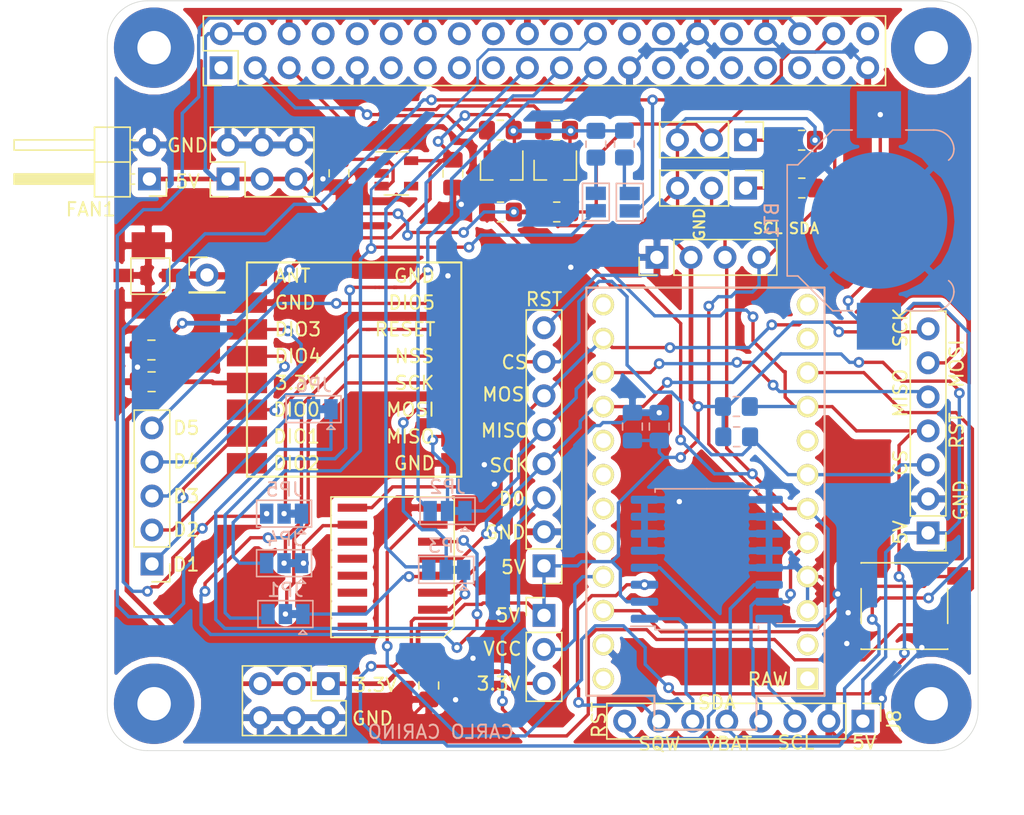
<source format=kicad_pcb>
(kicad_pcb (version 20171130) (host pcbnew "(5.1.10)-1")
  (title_block (company IOTNINJJA))
  (layers (0 F.Cu signal) (31 B.Cu signal) (34 B.Paste user) (35 F.Paste user) (36 B.SilkS user) (37 F.SilkS user) (38 B.Mask user) (39 F.Mask user) (44 Edge.Cuts user))
  (net 0 "")
  (net 1 GND)
  (net 2 3.3V)
  (net 3 5V)
  (net 4 /GPIO21)
  (net 5 /GPIO26)
  (net 6 /GPIO19)
  (net 7 /GPIO13)
  (net 8 /GPIO12)
  (net 9 /GPIO6)
  (net 10 /GPIO5)
  (net 11 /GPIO1)
  (net 12 /GPIO0)
  (net 13 /GPIO7)
  (net 14 /PI_SCK)
  (net 15 /GPIO25)
  (net 16 /PI_MISO)
  (net 17 /PI_MOSI)
  (net 18 /GPIO24)
  (net 19 /GPIO23)
  (net 20 /GPIO22)
  (net 21 /GPIO27)
  (net 22 /GPIO18)
  (net 23 /GPIO17)
  (net 24 /GPIO15)
  (net 25 /GPIO14)
  (net 26 /GPIO4)
  (net 27 /PI_SCL)
  (net 28 /PI_SDA)
  (net 29 "Net-(J2-Pad1)")
  (net 30 /DIO3)
  (net 31 /DIO4)
  (net 32 /DIO0)
  (net 33 /DIO1)
  (net 34 /DIO2)
  (net 35 /RFM_MISO)
  (net 36 /RFM_MOSI)
  (net 37 /RFM_SCK)
  (net 38 /RFM_CS)
  (net 39 /RFM_RST)
  (net 40 /MCU_SDA)
  (net 41 /MCU_SCL)
  (net 42 "Net-(SW1-Pad1)")
  (net 43 /DIO5)
  (net 44 "Net-(U3-Pad12)")
  (net 45 "Net-(U3-Pad11)")
  (net 46 /PI_RST)
  (net 47 /PI_DIO0)
  (net 48 /PI_CS)
  (net 49 /RST_H)
  (net 50 /CS_H)
  (net 51 /MOSI_H)
  (net 52 /MISO)
  (net 53 /SCK_H)
  (net 54 /SCK_L)
  (net 55 /MOSI_L)
  (net 56 /CS_L)
  (net 57 /RST_L)
  (net 58 /RFM_DIO0)
  (net 59 "Net-(JP7-Pad1)")
  (net 60 "Net-(JP8-Pad1)")
  (net 61 "Net-(R5-Pad2)")
  (net 62 "Net-(R6-Pad2)")
  (net 63 "Net-(U3-Pad14)")
  (net 64 "Net-(U3-Pad15)")
  (net 65 "Net-(U4-Pad24)")
  (net 66 "Net-(U4-Pad20)")
  (net 67 "Net-(U4-Pad19)")
  (net 68 "Net-(U4-Pad18)")
  (net 69 "Net-(U4-Pad17)")
  (net 70 "Net-(U4-Pad13)")
  (net 71 "Net-(U4-Pad12)")
  (net 72 "Net-(U4-Pad11)")
  (net 73 "Net-(U4-Pad8)")
  (net 74 "Net-(U4-Pad2)")
  (net 75 "Net-(U4-Pad1)")
  (net 76 "Net-(U5-Pad4)")
  (net 77 "Net-(J1-Pad17)")
  (net 78 "Net-(J1-Pad1)")
  (net 79 /MCU_VCC)
  (net 80 /VBAT)
  (net 81 /RTC_RST)
  (net 82 /SQW)
  (net 83 /32KHZ)
  (module Connector_PinHeader_2.54mm:PinHeader_1x03_P2.54mm_Vertical (layer F.Cu) (at 152.6 109.9)
    (fp_text reference J3 hide)
    (fp_text value Conn_01x03_Male)
    (pad 3 thru_hole oval (at 0 5.08) (size 1.7 1.7) (drill 1) (layers *.Cu *.Mask) (net 2 3.3V))
    (pad 2 thru_hole oval (at 0 2.54) (size 1.7 1.7) (drill 1) (layers *.Cu *.Mask) (net 79 /MCU_VCC))
    (pad 1 thru_hole rect (at 0 0) (size 1.7 1.7) (drill 1) (layers *.Cu *.Mask) (net 3 5V))
  )
  (module Battery:BatteryHolder_Keystone_3000_1x12mm (layer B.Cu) (at 177.6 80.4 270)
    (fp_text reference BT1 (at 0 8 270) (layer B.SilkS) (effects (justify mirror)))
    (fp_text value Battery_Cell)
    (pad 2 smd circle (at 0 0 270) (size 10.2 10.2) (layers B.Cu B.Mask) (net 1 GND))
    (pad 1 smd rect (at 7.9 0 270) (size 3.5 3.3) (layers B.Cu B.Paste B.Mask) (net 80 /VBAT))
    (pad 1 smd rect (at -7.9 0 270) (size 3.5 3.3) (layers B.Cu B.Paste B.Mask) (net 80 /VBAT))
  )
  (module promicro_library:ProMicro (layer F.Cu) (at 164.65 100.66 90)
    (fp_text reference U4 hide)
    (fp_text value ProMicro)
    (pad 24 thru_hole circle (at -13.97 -7.62 90) (size 1.6 1.6) (drill 1.1) (layers *.Cu *.Mask F.SilkS) (net 65 "Net-(U4-Pad24)"))
    (pad 23 thru_hole circle (at -11.43 -7.62 90) (size 1.6 1.6) (drill 1.1) (layers *.Cu *.Mask F.SilkS) (net 1 GND))
    (pad 22 thru_hole circle (at -8.89 -7.62 90) (size 1.6 1.6) (drill 1.1) (layers *.Cu *.Mask F.SilkS) (net 42 "Net-(SW1-Pad1)"))
    (pad 21 thru_hole circle (at -6.35 -7.62 90) (size 1.6 1.6) (drill 1.1) (layers *.Cu *.Mask F.SilkS) (net 79 /MCU_VCC))
    (pad 20 thru_hole circle (at -3.81 -7.62 90) (size 1.6 1.6) (drill 1.1) (layers *.Cu *.Mask F.SilkS) (net 66 "Net-(U4-Pad20)"))
    (pad 19 thru_hole circle (at -1.27 -7.62 90) (size 1.6 1.6) (drill 1.1) (layers *.Cu *.Mask F.SilkS) (net 67 "Net-(U4-Pad19)"))
    (pad 18 thru_hole circle (at 1.27 -7.62 90) (size 1.6 1.6) (drill 1.1) (layers *.Cu *.Mask F.SilkS) (net 68 "Net-(U4-Pad18)"))
    (pad 17 thru_hole circle (at 3.81 -7.62 90) (size 1.6 1.6) (drill 1.1) (layers *.Cu *.Mask F.SilkS) (net 69 "Net-(U4-Pad17)"))
    (pad 16 thru_hole circle (at 6.35 -7.62 90) (size 1.6 1.6) (drill 1.1) (layers *.Cu *.Mask F.SilkS) (net 53 /SCK_H))
    (pad 15 thru_hole circle (at 8.89 -7.62 90) (size 1.6 1.6) (drill 1.1) (layers *.Cu *.Mask F.SilkS) (net 52 /MISO))
    (pad 14 thru_hole circle (at 11.43 -7.62 90) (size 1.6 1.6) (drill 1.1) (layers *.Cu *.Mask F.SilkS) (net 51 /MOSI_H))
    (pad 13 thru_hole circle (at 13.97 -7.62 90) (size 1.6 1.6) (drill 1.1) (layers *.Cu *.Mask F.SilkS) (net 70 "Net-(U4-Pad13)"))
    (pad 12 thru_hole circle (at 13.97 7.62 90) (size 1.6 1.6) (drill 1.1) (layers *.Cu *.Mask F.SilkS) (net 71 "Net-(U4-Pad12)"))
    (pad 11 thru_hole circle (at 11.43 7.62 90) (size 1.6 1.6) (drill 1.1) (layers *.Cu *.Mask F.SilkS) (net 72 "Net-(U4-Pad11)"))
    (pad 10 thru_hole circle (at 8.89 7.62 90) (size 1.6 1.6) (drill 1.1) (layers *.Cu *.Mask F.SilkS) (net 32 /DIO0))
    (pad 9 thru_hole circle (at 6.35 7.62 90) (size 1.6 1.6) (drill 1.1) (layers *.Cu *.Mask F.SilkS) (net 49 /RST_H))
    (pad 8 thru_hole circle (at 3.81 7.62 90) (size 1.6 1.6) (drill 1.1) (layers *.Cu *.Mask F.SilkS) (net 73 "Net-(U4-Pad8)"))
    (pad 7 thru_hole circle (at 1.27 7.62 90) (size 1.6 1.6) (drill 1.1) (layers *.Cu *.Mask F.SilkS) (net 50 /CS_H))
    (pad 6 thru_hole circle (at -1.27 7.62 90) (size 1.6 1.6) (drill 1.1) (layers *.Cu *.Mask F.SilkS) (net 41 /MCU_SCL))
    (pad 5 thru_hole circle (at -3.81 7.62 90) (size 1.6 1.6) (drill 1.1) (layers *.Cu *.Mask F.SilkS) (net 40 /MCU_SDA))
    (pad 4 thru_hole circle (at -6.35 7.62 90) (size 1.6 1.6) (drill 1.1) (layers *.Cu *.Mask F.SilkS) (net 1 GND))
    (pad 3 thru_hole circle (at -8.89 7.62 90) (size 1.6 1.6) (drill 1.1) (layers *.Cu *.Mask F.SilkS) (net 1 GND))
    (pad 2 thru_hole circle (at -11.43 7.62 90) (size 1.6 1.6) (drill 1.1) (layers *.Cu *.Mask F.SilkS) (net 74 "Net-(U4-Pad2)"))
    (pad 1 thru_hole rect (at -13.97 7.62 90) (size 1.6 1.6) (drill 1.1) (layers *.Cu *.Mask F.SilkS) (net 75 "Net-(U4-Pad1)"))
  )
  (module Package_SO:SOIC-16W_7.5x10.3mm_P1.27mm (layer B.Cu) (at 164.75 105.705)
    (fp_text reference U6 hide)
    (fp_text value DS3231M hide)
    (pad 16 smd roundrect (at 4.65 4.445) (size 2.05 0.6) (layers B.Cu B.Paste B.Mask) (net 41 /MCU_SCL))
    (pad 15 smd roundrect (at 4.65 3.175) (size 2.05 0.6) (layers B.Cu B.Paste B.Mask) (net 40 /MCU_SDA))
    (pad 14 smd roundrect (at 4.65 1.905) (size 2.05 0.6) (layers B.Cu B.Paste B.Mask) (net 80 /VBAT))
    (pad 13 smd roundrect (at 4.65 0.635) (size 2.05 0.6) (layers B.Cu B.Paste B.Mask) (net 1 GND))
    (pad 12 smd roundrect (at 4.65 -0.635) (size 2.05 0.6) (layers B.Cu B.Paste B.Mask) (net 1 GND))
    (pad 11 smd roundrect (at 4.65 -1.905) (size 2.05 0.6) (layers B.Cu B.Paste B.Mask) (net 1 GND))
    (pad 10 smd roundrect (at 4.65 -3.175) (size 2.05 0.6) (layers B.Cu B.Paste B.Mask) (net 1 GND))
    (pad 9 smd roundrect (at 4.65 -4.445) (size 2.05 0.6) (layers B.Cu B.Paste B.Mask) (net 1 GND))
    (pad 8 smd roundrect (at -4.65 -4.445) (size 2.05 0.6) (layers B.Cu B.Paste B.Mask) (net 1 GND))
    (pad 7 smd roundrect (at -4.65 -3.175) (size 2.05 0.6) (layers B.Cu B.Paste B.Mask) (net 1 GND))
    (pad 6 smd roundrect (at -4.65 -1.905) (size 2.05 0.6) (layers B.Cu B.Paste B.Mask) (net 1 GND))
    (pad 5 smd roundrect (at -4.65 -0.635) (size 2.05 0.6) (layers B.Cu B.Paste B.Mask) (net 1 GND))
    (pad 4 smd roundrect (at -4.65 0.635) (size 2.05 0.6) (layers B.Cu B.Paste B.Mask) (net 81 /RTC_RST))
    (pad 3 smd roundrect (at -4.65 1.905) (size 2.05 0.6) (layers B.Cu B.Paste B.Mask) (net 82 /SQW))
    (pad 2 smd roundrect (at -4.65 3.175) (size 2.05 0.6) (layers B.Cu B.Paste B.Mask) (net 3 5V))
    (pad 1 smd roundrect (at -4.65 4.445) (size 2.05 0.6) (layers B.Cu B.Paste B.Mask) (net 83 /32KHZ))
  )
  (module Connector_PinHeader_2.54mm:PinHeader_1x08_P2.54mm_Vertical (layer F.Cu) (at 176.4 117.8 270)
    (fp_text reference J8 (at 0 -2.33 90) (layer F.SilkS))
    (fp_text value Conn_01x08_Male)
    (pad 8 thru_hole oval (at 0 17.78 270) (size 1.7 1.7) (drill 1) (layers *.Cu *.Mask) (net 81 /RTC_RST))
    (pad 7 thru_hole oval (at 0 15.24 270) (size 1.7 1.7) (drill 1) (layers *.Cu *.Mask) (net 82 /SQW))
    (pad 6 thru_hole oval (at 0 12.7 270) (size 1.7 1.7) (drill 1) (layers *.Cu *.Mask) (net 83 /32KHZ))
    (pad 5 thru_hole oval (at 0 10.16 270) (size 1.7 1.7) (drill 1) (layers *.Cu *.Mask) (net 80 /VBAT))
    (pad 4 thru_hole oval (at 0 7.62 270) (size 1.7 1.7) (drill 1) (layers *.Cu *.Mask) (net 40 /MCU_SDA))
    (pad 3 thru_hole oval (at 0 5.08 270) (size 1.7 1.7) (drill 1) (layers *.Cu *.Mask) (net 41 /MCU_SCL))
    (pad 2 thru_hole oval (at 0 2.54 270) (size 1.7 1.7) (drill 1) (layers *.Cu *.Mask) (net 1 GND))
    (pad 1 thru_hole rect (at 0 0 270) (size 1.7 1.7) (drill 1) (layers *.Cu *.Mask) (net 3 5V))
  )
  (module Capacitor_SMD:C_0805_2012Metric_Pad1.18x1.45mm_HandSolder (layer B.Cu) (at 161.2 95.8 90)
    (fp_text reference C7 hide)
    (fp_text value 0.1u)
    (pad 2 smd roundrect (at 1.0375 0 90) (size 1.175 1.45) (layers B.Cu B.Paste B.Mask) (roundrect_rratio 0.212766) (net 1 GND))
    (pad 1 smd roundrect (at -1.0375 0 90) (size 1.175 1.45) (layers B.Cu B.Paste B.Mask) (roundrect_rratio 0.212766) (net 3 5V))
  )
  (module Capacitor_SMD:C_0805_2012Metric_Pad1.18x1.45mm_HandSolder (layer B.Cu) (at 159.2 95.8 90)
    (fp_text reference C6 hide)
    (fp_text value 10u hide)
    (pad 2 smd roundrect (at 1.0375 0 90) (size 1.175 1.45) (layers B.Cu B.Paste B.Mask) (roundrect_rratio 0.212766) (net 1 GND))
    (pad 1 smd roundrect (at -1.0375 0 90) (size 1.175 1.45) (layers B.Cu B.Paste B.Mask) (roundrect_rratio 0.212766) (net 3 5V))
  )
  (module Connector_PinHeader_2.54mm:PinHeader_1x07_P2.54mm_Vertical (layer F.Cu) (at 181.27 103.74 180)
    (fp_text reference SPI_PORT1 hide)
    (fp_text value Conn_01x07_Male)
    (pad 7 thru_hole oval (at 0 15.24 180) (size 1.7 1.7) (drill 1) (layers *.Cu *.Mask) (net 53 /SCK_H))
    (pad 6 thru_hole oval (at 0 12.7 180) (size 1.7 1.7) (drill 1) (layers *.Cu *.Mask) (net 51 /MOSI_H))
    (pad 5 thru_hole oval (at 0 10.16 180) (size 1.7 1.7) (drill 1) (layers *.Cu *.Mask) (net 52 /MISO))
    (pad 4 thru_hole oval (at 0 7.62 180) (size 1.7 1.7) (drill 1) (layers *.Cu *.Mask) (net 49 /RST_H))
    (pad 3 thru_hole oval (at 0 5.08 180) (size 1.7 1.7) (drill 1) (layers *.Cu *.Mask) (net 50 /CS_H))
    (pad 2 thru_hole oval (at 0 2.54 180) (size 1.7 1.7) (drill 1) (layers *.Cu *.Mask) (net 1 GND))
    (pad 1 thru_hole rect (at 0 0 180) (size 1.7 1.7) (drill 1) (layers *.Cu *.Mask) (net 3 5V))
  )
  (module Connector_PinHeader_2.54mm:PinHeader_1x05_P2.54mm_Vertical (layer F.Cu) (at 123.34 106.06 180)
    (fp_text reference J4 hide)
    (fp_text value Conn_01x05_Male)
    (pad 5 thru_hole oval (at 0 10.16 180) (size 1.7 1.7) (drill 1) (layers *.Cu *.Mask) (net 43 /DIO5))
    (pad 4 thru_hole oval (at 0 7.62 180) (size 1.7 1.7) (drill 1) (layers *.Cu *.Mask) (net 31 /DIO4))
    (pad 3 thru_hole oval (at 0 5.08 180) (size 1.7 1.7) (drill 1) (layers *.Cu *.Mask) (net 30 /DIO3))
    (pad 2 thru_hole oval (at 0 2.54 180) (size 1.7 1.7) (drill 1) (layers *.Cu *.Mask) (net 34 /DIO2))
    (pad 1 thru_hole rect (at 0 0 180) (size 1.7 1.7) (drill 1) (layers *.Cu *.Mask) (net 33 /DIO1))
  )
  (module Package_TO_SOT_SMD:SOT-23-5 (layer F.Cu) (at 141.58 76.89)
    (fp_text reference U5 hide)
    (fp_text value AP2112K-3.3)
    (pad 5 smd rect (at 1.1 -0.95) (size 1.06 0.65) (layers F.Cu F.Paste F.Mask) (net 2 3.3V))
    (pad 4 smd rect (at 1.1 0.95) (size 1.06 0.65) (layers F.Cu F.Paste F.Mask) (net 76 "Net-(U5-Pad4)"))
    (pad 3 smd rect (at -1.1 0.95) (size 1.06 0.65) (layers F.Cu F.Paste F.Mask) (net 3 5V))
    (pad 2 smd rect (at -1.1 0) (size 1.06 0.65) (layers F.Cu F.Paste F.Mask) (net 1 GND))
    (pad 1 smd rect (at -1.1 -0.95) (size 1.06 0.65) (layers F.Cu F.Paste F.Mask) (net 3 5V))
  )
  (module logicshifter:74HC4050 (layer F.Cu) (at 141.3 106.3 90)
    (fp_text reference U3 hide)
    (fp_text value 74HC4050D)
    (pad 8 smd rect (at 4.445 3 90) (size 0.6 2.2) (layers F.Cu F.Paste F.Mask) (net 1 GND))
    (pad 9 smd rect (at 4.445 -3 90) (size 0.6 2.2) (layers F.Cu F.Paste F.Mask) (net 50 /CS_H))
    (pad 7 smd rect (at 3.175 3 90) (size 0.6 2.2) (layers F.Cu F.Paste F.Mask) (net 49 /RST_H))
    (pad 10 smd rect (at 3.175 -3 90) (size 0.6 2.2) (layers F.Cu F.Paste F.Mask) (net 56 /CS_L))
    (pad 6 smd rect (at 1.905 3 90) (size 0.6 2.2) (layers F.Cu F.Paste F.Mask) (net 57 /RST_L))
    (pad 11 smd rect (at 1.905 -3 90) (size 0.6 2.2) (layers F.Cu F.Paste F.Mask) (net 45 "Net-(U3-Pad11)"))
    (pad 5 smd rect (at 0.635 3 90) (size 0.6 2.2) (layers F.Cu F.Paste F.Mask) (net 53 /SCK_H))
    (pad 12 smd rect (at 0.635 -3 90) (size 0.6 2.2) (layers F.Cu F.Paste F.Mask) (net 44 "Net-(U3-Pad12)"))
    (pad 4 smd rect (at -0.635 3 90) (size 0.6 2.2) (layers F.Cu F.Paste F.Mask) (net 54 /SCK_L))
    (pad 13 smd rect (at -0.635 -3 90) (size 0.6 2.2) (layers F.Cu F.Paste F.Mask))
    (pad 3 smd rect (at -1.905 3 90) (size 0.6 2.2) (layers F.Cu F.Paste F.Mask) (net 51 /MOSI_H))
    (pad 14 smd rect (at -1.905 -3 90) (size 0.6 2.2) (layers F.Cu F.Paste F.Mask) (net 63 "Net-(U3-Pad14)"))
    (pad 2 smd rect (at -3.175 3 90) (size 0.6 2.2) (layers F.Cu F.Paste F.Mask) (net 55 /MOSI_L))
    (pad 15 smd rect (at -3.175 -3 90) (size 0.6 2.2) (layers F.Cu F.Paste F.Mask) (net 64 "Net-(U3-Pad15)"))
    (pad 1 smd rect (at -4.445 3 90) (size 0.6 2.2) (layers F.Cu F.Paste F.Mask) (net 2 3.3V))
    (pad 16 smd rect (at -4.445 -3 90) (size 0.6 2.2) (layers F.Cu F.Paste F.Mask))
  )
  (module antenna:uFLSMA (layer F.Cu) (at 123.07 84.51 270)
    (fp_text reference U2 hide)
    (fp_text value uFL-SMA)
    (pad 4 smd rect (at -1.7 0 270) (size 2 2.5) (drill (offset -0.525 0)) (layers F.Cu F.Paste F.Mask) (net 1 GND))
    (pad 3 smd rect (at 0 1.35 270) (size 1 1.5) (drill (offset 0 0.5)) (layers F.Cu F.Paste F.Mask) (net 1 GND))
    (pad 2 smd rect (at 1.7 0 270) (size 2 2.5) (drill (offset 0.525 0)) (layers F.Cu F.Paste F.Mask) (net 1 GND))
    (pad 1 smd rect (at 0 -1 270) (size 1 1.5) (drill (offset 0 -0.75)) (layers F.Cu F.Paste F.Mask) (net 29 "Net-(J2-Pad1)"))
  )
  (module HopeRF:RFM95-Headers (layer F.Cu) (at 138.43 98.54 180)
    (fp_text reference U1 hide)
    (fp_text value RFM95)
    (fp_text user GND (at 4.4 12) (layer F.SilkS))
    (fp_text user DIO3 (at 4.2 10) (layer F.SilkS))
    (fp_text user DIO4 (at 4.2 8) (layer F.SilkS))
    (fp_text user 3.3V (at 4.3 6) (layer F.SilkS))
    (fp_text user DIO0 (at 4.3 4) (layer F.SilkS))
    (fp_text user DIO1 (at 4.3 2) (layer F.SilkS))
    (fp_text user DIO2 (at 4.3 0) (layer F.SilkS))
    (fp_text user GND (at -4.5 14) (layer F.SilkS))
    (fp_text user DIO5 (at -4.3 12) (layer F.SilkS))
    (fp_text user RESET (at -3.8 10) (layer F.SilkS))
    (fp_text user NSS (at -4.5 8) (layer F.SilkS))
    (fp_text user SCK (at -4.5 6) (layer F.SilkS))
    (fp_text user MOSI (at -4.2 4) (layer F.SilkS))
    (fp_text user MISO (at -4.2 2) (layer F.SilkS))
    (fp_text user ANT (at 4.6 14) (layer F.SilkS))
    (fp_text user GND (at -4.5 0) (layer F.SilkS))
    (pad 9 smd rect (at 7 14 180) (size 3 1.524) (drill (offset 1 0)) (layers F.Cu F.Paste F.Mask) (net 29 "Net-(J2-Pad1)"))
    (pad 10 smd rect (at 7 12 180) (size 3 1.524) (drill (offset 1 0)) (layers F.Cu F.Paste F.Mask) (net 1 GND))
    (pad 11 smd rect (at 7 10 180) (size 3 1.524) (drill (offset 1 0)) (layers F.Cu F.Paste F.Mask) (net 30 /DIO3))
    (pad 12 smd rect (at 7 8 180) (size 3 1.524) (drill (offset 1 0)) (layers F.Cu F.Paste F.Mask) (net 31 /DIO4))
    (pad 13 smd rect (at 7 6 180) (size 3 1.524) (drill (offset 1 0)) (layers F.Cu F.Paste F.Mask) (net 2 3.3V))
    (pad 14 smd rect (at 7 4 180) (size 3 1.524) (drill (offset 1 0)) (layers F.Cu F.Paste F.Mask) (net 58 /RFM_DIO0))
    (pad 15 smd rect (at 7 2 180) (size 3 1.524) (drill (offset 1 0)) (layers F.Cu F.Paste F.Mask) (net 33 /DIO1))
    (pad 16 smd rect (at 7 0 180) (size 3 1.524) (drill (offset 1 0)) (layers F.Cu F.Paste F.Mask) (net 34 /DIO2))
    (pad 8 smd rect (at -7 14) (size 3 1.524) (drill (offset 1 0)) (layers F.Cu F.Paste F.Mask) (net 1 GND))
    (pad 7 smd rect (at -7 12) (size 3 1.524) (drill (offset 1 0)) (layers F.Cu F.Paste F.Mask) (net 43 /DIO5))
    (pad 6 connect rect (at -7 10) (size 3 1.524) (drill (offset 1 0)) (layers F.Cu F.Mask) (net 39 /RFM_RST))
    (pad 5 smd rect (at -7 8) (size 3 1.524) (drill (offset 1 0)) (layers F.Cu F.Paste F.Mask) (net 38 /RFM_CS))
    (pad 4 smd rect (at -7 6) (size 3 1.524) (drill (offset 1 0)) (layers F.Cu F.Paste F.Mask) (net 37 /RFM_SCK))
    (pad 3 smd rect (at -7 4) (size 3 1.524) (drill (offset 1 0)) (layers F.Cu F.Paste F.Mask) (net 36 /RFM_MOSI))
    (pad 2 smd rect (at -7 2) (size 3 1.524) (drill (offset 1 0)) (layers F.Cu F.Paste F.Mask) (net 35 /RFM_MISO))
    (pad 1 smd rect (at -7 0) (size 3 1.524) (drill (offset 1 0)) (layers F.Cu F.Paste F.Mask) (net 1 GND))
  )
  (module Button_Switch_SMD:SW_Push_1P1T_NO_6x6mm_H9.5mm (layer F.Cu) (at 179.5 109.2)
    (fp_text reference SW1 hide)
    (fp_text value SW_Push)
    (pad 2 smd rect (at 3.975 2.25) (size 1.55 1.3) (layers F.Cu F.Paste F.Mask) (net 1 GND))
    (pad 1 smd rect (at 3.975 -2.25) (size 1.55 1.3) (layers F.Cu F.Paste F.Mask) (net 42 "Net-(SW1-Pad1)"))
    (pad 1 smd rect (at -3.975 -2.25) (size 1.55 1.3) (layers F.Cu F.Paste F.Mask) (net 42 "Net-(SW1-Pad1)"))
    (pad 2 smd rect (at -3.975 2.25) (size 1.55 1.3) (layers F.Cu F.Paste F.Mask) (net 1 GND))
  )
  (module Connector_PinHeader_2.54mm:PinHeader_1x03_P2.54mm_Vertical (layer F.Cu) (at 167.64 74.38 270)
    (fp_text reference SDA_PU1 hide)
    (fp_text value Conn_01x03_Male)
    (pad 3 thru_hole oval (at 0 5.08 270) (size 1.7 1.7) (drill 1) (layers *.Cu *.Mask) (net 3 5V))
    (pad 2 thru_hole oval (at 0 2.54 270) (size 1.7 1.7) (drill 1) (layers *.Cu *.Mask) (net 40 /MCU_SDA))
    (pad 1 thru_hole rect (at 0 0 270) (size 1.7 1.7) (drill 1) (layers *.Cu *.Mask) (net 61 "Net-(R5-Pad2)"))
  )
  (module Connector_PinHeader_2.54mm:PinHeader_1x03_P2.54mm_Vertical (layer F.Cu) (at 167.65 77.99 270)
    (fp_text reference SCL_PU1 hide)
    (fp_text value Conn_01x03_Male)
    (pad 3 thru_hole oval (at 0 5.08 270) (size 1.7 1.7) (drill 1) (layers *.Cu *.Mask) (net 3 5V))
    (pad 2 thru_hole oval (at 0 2.54 270) (size 1.7 1.7) (drill 1) (layers *.Cu *.Mask) (net 41 /MCU_SCL))
    (pad 1 thru_hole rect (at 0 0 270) (size 1.7 1.7) (drill 1) (layers *.Cu *.Mask) (net 62 "Net-(R6-Pad2)"))
  )
  (module Resistor_SMD:R_0805_2012Metric_Pad1.20x1.40mm_HandSolder (layer B.Cu) (at 158.6 74.7 270)
    (fp_text reference R10 hide)
    (fp_text value 10k hide)
    (pad 2 smd roundrect (at 1 0 270) (size 1.2 1.4) (layers B.Cu B.Paste B.Mask) (roundrect_rratio 0.2083325) (net 60 "Net-(JP8-Pad1)"))
    (pad 1 smd roundrect (at -1 0 270) (size 1.2 1.4) (layers B.Cu B.Paste B.Mask) (roundrect_rratio 0.2083325) (net 2 3.3V))
  )
  (module Resistor_SMD:R_0805_2012Metric_Pad1.20x1.40mm_HandSolder (layer B.Cu) (at 156.47 74.71 90)
    (fp_text reference R9 hide)
    (fp_text value 10k hide)
    (pad 2 smd roundrect (at 1 0 90) (size 1.2 1.4) (layers B.Cu B.Paste B.Mask) (roundrect_rratio 0.2083325) (net 2 3.3V))
    (pad 1 smd roundrect (at -1 0 90) (size 1.2 1.4) (layers B.Cu B.Paste B.Mask) (roundrect_rratio 0.2083325) (net 59 "Net-(JP7-Pad1)"))
  )
  (module Resistor_SMD:R_0805_2012Metric_Pad1.20x1.40mm_HandSolder (layer B.Cu) (at 166.96 94.3)
    (fp_text reference R8 hide)
    (fp_text value 100k hide)
    (pad 2 smd roundrect (at 1 0) (size 1.2 1.4) (layers B.Cu B.Paste B.Mask) (roundrect_rratio 0.2083325) (net 49 /RST_H))
    (pad 1 smd roundrect (at -1 0) (size 1.2 1.4) (layers B.Cu B.Paste B.Mask) (roundrect_rratio 0.2083325) (net 3 5V))
  )
  (module Resistor_SMD:R_0805_2012Metric_Pad1.20x1.40mm_HandSolder (layer B.Cu) (at 166.98 96.56)
    (fp_text reference R7 hide)
    (fp_text value 100k hide)
    (pad 2 smd roundrect (at 1 0) (size 1.2 1.4) (layers B.Cu B.Paste B.Mask) (roundrect_rratio 0.2083325) (net 50 /CS_H))
    (pad 1 smd roundrect (at -1 0) (size 1.2 1.4) (layers B.Cu B.Paste B.Mask) (roundrect_rratio 0.2083325) (net 3 5V))
  )
  (module Resistor_SMD:R_0805_2012Metric_Pad1.20x1.40mm_HandSolder (layer F.Cu) (at 171.84 77.98 180)
    (fp_text reference R6 hide)
    (fp_text value 4.7k)
    (pad 2 smd roundrect (at 1 0 180) (size 1.2 1.4) (layers F.Cu F.Paste F.Mask) (roundrect_rratio 0.2083325) (net 62 "Net-(R6-Pad2)"))
    (pad 1 smd roundrect (at -1 0 180) (size 1.2 1.4) (layers F.Cu F.Paste F.Mask) (roundrect_rratio 0.2083325) (net 3 5V))
  )
  (module Resistor_SMD:R_0805_2012Metric_Pad1.20x1.40mm_HandSolder (layer F.Cu) (at 171.83 74.41 180)
    (fp_text reference R5 hide)
    (fp_text value 4.7k)
    (pad 2 smd roundrect (at 1 0 180) (size 1.2 1.4) (layers F.Cu F.Paste F.Mask) (roundrect_rratio 0.2083325) (net 61 "Net-(R5-Pad2)"))
    (pad 1 smd roundrect (at -1 0 180) (size 1.2 1.4) (layers F.Cu F.Paste F.Mask) (roundrect_rratio 0.2083325) (net 3 5V))
  )
  (module Resistor_SMD:R_0805_2012Metric_Pad1.20x1.40mm_HandSolder (layer F.Cu) (at 149.35 79.77 180)
    (fp_text reference R4 hide)
    (fp_text value 10k)
    (pad 2 smd roundrect (at 1 0 180) (size 1.2 1.4) (layers F.Cu F.Paste F.Mask) (roundrect_rratio 0.2083325) (net 41 /MCU_SCL))
    (pad 1 smd roundrect (at -1 0 180) (size 1.2 1.4) (layers F.Cu F.Paste F.Mask) (roundrect_rratio 0.2083325) (net 3 5V))
  )
  (module Resistor_SMD:R_0805_2012Metric_Pad1.20x1.40mm_HandSolder (layer F.Cu) (at 153.55 79.77)
    (fp_text reference R3 hide)
    (fp_text value 10k)
    (pad 2 smd roundrect (at 1 0) (size 1.2 1.4) (layers F.Cu F.Paste F.Mask) (roundrect_rratio 0.2083325) (net 40 /MCU_SDA))
    (pad 1 smd roundrect (at -1 0) (size 1.2 1.4) (layers F.Cu F.Paste F.Mask) (roundrect_rratio 0.2083325) (net 3 5V))
  )
  (module Resistor_SMD:R_0805_2012Metric_Pad1.20x1.40mm_HandSolder (layer F.Cu) (at 149.34 73.66 180)
    (fp_text reference R2 hide)
    (fp_text value 10k)
    (pad 2 smd roundrect (at 1 0 180) (size 1.2 1.4) (layers F.Cu F.Paste F.Mask) (roundrect_rratio 0.2083325) (net 27 /PI_SCL))
    (pad 1 smd roundrect (at -1 0 180) (size 1.2 1.4) (layers F.Cu F.Paste F.Mask) (roundrect_rratio 0.2083325) (net 2 3.3V))
  )
  (module Resistor_SMD:R_0805_2012Metric_Pad1.20x1.40mm_HandSolder (layer F.Cu) (at 153.54 73.66 180)
    (fp_text reference R1 hide)
    (fp_text value 10k)
    (pad 2 smd roundrect (at 1 0 180) (size 1.2 1.4) (layers F.Cu F.Paste F.Mask) (roundrect_rratio 0.2083325) (net 28 /PI_SDA))
    (pad 1 smd roundrect (at -1 0 180) (size 1.2 1.4) (layers F.Cu F.Paste F.Mask) (roundrect_rratio 0.2083325) (net 2 3.3V))
  )
  (module Package_TO_SOT_SMD:SOT-23 (layer F.Cu) (at 149.44 76.62 270)
    (fp_text reference Q2 hide)
    (fp_text value BSS138)
    (pad 3 smd rect (at 1 0 270) (size 0.9 0.8) (layers F.Cu F.Paste F.Mask) (net 41 /MCU_SCL))
    (pad 2 smd rect (at -1 0.95 270) (size 0.9 0.8) (layers F.Cu F.Paste F.Mask) (net 27 /PI_SCL))
    (pad 1 smd rect (at -1 -0.95 270) (size 0.9 0.8) (layers F.Cu F.Paste F.Mask) (net 2 3.3V))
  )
  (module Package_TO_SOT_SMD:SOT-23 (layer F.Cu) (at 153.44 76.62 270)
    (fp_text reference Q1 hide)
    (fp_text value BSS138)
    (pad 3 smd rect (at 1 0 270) (size 0.9 0.8) (layers F.Cu F.Paste F.Mask) (net 40 /MCU_SDA))
    (pad 2 smd rect (at -1 0.95 270) (size 0.9 0.8) (layers F.Cu F.Paste F.Mask) (net 28 /PI_SDA))
    (pad 1 smd rect (at -1 -0.95 270) (size 0.9 0.8) (layers F.Cu F.Paste F.Mask) (net 2 3.3V))
  )
  (module Jumper:SolderJumper-2_P1.3mm_Open_Pad1.0x1.5mm (layer B.Cu) (at 159 79.04 270)
    (fp_text reference JP8 hide)
    (fp_text value SolderJumper_2_Open hide)
    (pad 1 smd rect (at -0.65 0 270) (size 1 1.5) (layers B.Cu B.Mask) (net 60 "Net-(JP8-Pad1)"))
    (pad 2 smd rect (at 0.65 0 270) (size 1 1.5) (layers B.Cu B.Mask) (net 46 /PI_RST))
  )
  (module Jumper:SolderJumper-2_P1.3mm_Open_Pad1.0x1.5mm (layer B.Cu) (at 156.47 79.03 270)
    (fp_text reference JP7 hide)
    (fp_text value SolderJumper_2_Open hide)
    (pad 1 smd rect (at -0.65 0 270) (size 1 1.5) (layers B.Cu B.Mask) (net 59 "Net-(JP7-Pad1)"))
    (pad 2 smd rect (at 0.65 0 270) (size 1 1.5) (layers B.Cu B.Mask) (net 48 /PI_CS))
  )
  (module Jumper:SolderJumper-3_P1.3mm_Bridged12_Pad1.0x1.5mm (layer B.Cu) (at 135.4 94.5 180)
    (fp_text reference JP6 (at 0 1.8) (layer B.SilkS) (effects (justify mirror)))
    (fp_text value SolderJumper_3_Bridged12 hide)
    (fp_poly (pts (xy -0.9 0.3) (xy -0.4 0.3) (xy -0.4 -0.3) (xy -0.9 -0.3)) (layer B.Cu) (width 0))
    (pad 2 smd rect (at 0 0 180) (size 1 1.5) (layers B.Cu B.Mask) (net 58 /RFM_DIO0))
    (pad 3 smd rect (at 1.3 0 180) (size 1 1.5) (layers B.Cu B.Mask) (net 47 /PI_DIO0))
    (pad 1 smd rect (at -1.3 0 180) (size 1 1.5) (layers B.Cu B.Mask) (net 32 /DIO0))
  )
  (module Jumper:SolderJumper-3_P1.3mm_Bridged12_Pad1.0x1.5mm (layer B.Cu) (at 133.2 102.3 180)
    (fp_text reference JP5 (at 0 1.8) (layer B.SilkS) (effects (justify mirror)))
    (fp_text value SolderJumper_3_Bridged12 hide)
    (fp_poly (pts (xy -0.9 0.3) (xy -0.4 0.3) (xy -0.4 -0.3) (xy -0.9 -0.3)) (layer B.Cu) (width 0))
    (pad 2 smd rect (at 0 0 180) (size 1 1.5) (layers B.Cu B.Mask) (net 39 /RFM_RST))
    (pad 3 smd rect (at 1.3 0 180) (size 1 1.5) (layers B.Cu B.Mask) (net 46 /PI_RST))
    (pad 1 smd rect (at -1.3 0 180) (size 1 1.5) (layers B.Cu B.Mask) (net 57 /RST_L))
  )
  (module Jumper:SolderJumper-3_P1.3mm_Bridged12_Pad1.0x1.5mm (layer B.Cu) (at 133.2 106 180)
    (fp_text reference JP4 (at 0 1.8) (layer B.SilkS) (effects (justify mirror)))
    (fp_text value SolderJumper_3_Bridged12 hide)
    (fp_poly (pts (xy -0.9 0.3) (xy -0.4 0.3) (xy -0.4 -0.3) (xy -0.9 -0.3)) (layer B.Cu) (width 0))
    (pad 2 smd rect (at 0 0 180) (size 1 1.5) (layers B.Cu B.Mask) (net 38 /RFM_CS))
    (pad 3 smd rect (at 1.3 0 180) (size 1 1.5) (layers B.Cu B.Mask) (net 48 /PI_CS))
    (pad 1 smd rect (at -1.3 0 180) (size 1 1.5) (layers B.Cu B.Mask) (net 56 /CS_L))
  )
  (module Jumper:SolderJumper-3_P1.3mm_Bridged12_Pad1.0x1.5mm (layer B.Cu) (at 145.3 106.5 180)
    (fp_text reference JP3 (at 0 1.8) (layer B.SilkS) (effects (justify mirror)))
    (fp_text value SolderJumper_3_Bridged12 hide)
    (fp_poly (pts (xy -0.9 0.3) (xy -0.4 0.3) (xy -0.4 -0.3) (xy -0.9 -0.3)) (layer B.Cu) (width 0))
    (pad 2 smd rect (at 0 0 180) (size 1 1.5) (layers B.Cu B.Mask) (net 36 /RFM_MOSI))
    (pad 3 smd rect (at 1.3 0 180) (size 1 1.5) (layers B.Cu B.Mask) (net 17 /PI_MOSI))
    (pad 1 smd rect (at -1.3 0 180) (size 1 1.5) (layers B.Cu B.Mask) (net 55 /MOSI_L))
  )
  (module Jumper:SolderJumper-3_P1.3mm_Bridged12_Pad1.0x1.5mm (layer B.Cu) (at 145.4 102.1 180)
    (fp_text reference JP2 (at 0 1.8) (layer B.SilkS) (effects (justify mirror)))
    (fp_text value SolderJumper_3_Bridged12 hide)
    (fp_poly (pts (xy -0.9 0.3) (xy -0.4 0.3) (xy -0.4 -0.3) (xy -0.9 -0.3)) (layer B.Cu) (width 0))
    (pad 2 smd rect (at 0 0 180) (size 1 1.5) (layers B.Cu B.Mask) (net 35 /RFM_MISO))
    (pad 3 smd rect (at 1.3 0 180) (size 1 1.5) (layers B.Cu B.Mask) (net 16 /PI_MISO))
    (pad 1 smd rect (at -1.3 0 180) (size 1 1.5) (layers B.Cu B.Mask) (net 52 /MISO))
  )
  (module Jumper:SolderJumper-3_P1.3mm_Bridged12_Pad1.0x1.5mm (layer B.Cu) (at 133.3 109.8 180)
    (fp_text reference JP1 (at 0 1.8) (layer B.SilkS) (effects (justify mirror)))
    (fp_text value SolderJumper_3_Bridged12 hide)
    (fp_poly (pts (xy -0.9 0.3) (xy -0.4 0.3) (xy -0.4 -0.3) (xy -0.9 -0.3)) (layer B.Cu) (width 0))
    (pad 2 smd rect (at 0 0 180) (size 1 1.5) (layers B.Cu B.Mask) (net 37 /RFM_SCK))
    (pad 3 smd rect (at 1.3 0 180) (size 1 1.5) (layers B.Cu B.Mask) (net 14 /PI_SCK))
    (pad 1 smd rect (at -1.3 0 180) (size 1 1.5) (layers B.Cu B.Mask) (net 54 /SCK_L))
  )
  (module Connector_PinHeader_2.54mm:PinHeader_2x03_P2.54mm_Vertical (layer F.Cu) (at 136.5 115 270)
    (fp_text reference J7 hide)
    (fp_text value Conn_02x03_Odd_Even)
    (pad 6 thru_hole oval (at 2.54 5.08 270) (size 1.7 1.7) (drill 1) (layers *.Cu *.Mask) (net 1 GND))
    (pad 5 thru_hole oval (at 0 5.08 270) (size 1.7 1.7) (drill 1) (layers *.Cu *.Mask) (net 2 3.3V))
    (pad 4 thru_hole oval (at 2.54 2.54 270) (size 1.7 1.7) (drill 1) (layers *.Cu *.Mask) (net 1 GND))
    (pad 3 thru_hole oval (at 0 2.54 270) (size 1.7 1.7) (drill 1) (layers *.Cu *.Mask) (net 2 3.3V))
    (pad 2 thru_hole oval (at 2.54 0 270) (size 1.7 1.7) (drill 1) (layers *.Cu *.Mask) (net 1 GND))
    (pad 1 thru_hole rect (at 0 0 270) (size 1.7 1.7) (drill 1) (layers *.Cu *.Mask) (net 2 3.3V))
  )
  (module Connector_PinHeader_2.54mm:PinHeader_2x03_P2.54mm_Vertical (layer F.Cu) (at 129.02 77.31 90)
    (fp_text reference J6 hide)
    (fp_text value Conn_02x03_Odd_Even)
    (pad 6 thru_hole oval (at 2.54 5.08 90) (size 1.7 1.7) (drill 1) (layers *.Cu *.Mask) (net 1 GND))
    (pad 5 thru_hole oval (at 0 5.08 90) (size 1.7 1.7) (drill 1) (layers *.Cu *.Mask) (net 3 5V))
    (pad 4 thru_hole oval (at 2.54 2.54 90) (size 1.7 1.7) (drill 1) (layers *.Cu *.Mask) (net 1 GND))
    (pad 3 thru_hole oval (at 0 2.54 90) (size 1.7 1.7) (drill 1) (layers *.Cu *.Mask) (net 3 5V))
    (pad 2 thru_hole oval (at 2.54 0 90) (size 1.7 1.7) (drill 1) (layers *.Cu *.Mask) (net 1 GND))
    (pad 1 thru_hole rect (at 0 0 90) (size 1.7 1.7) (drill 1) (layers *.Cu *.Mask) (net 3 5V))
  )
  (module Connector_PinHeader_2.54mm:PinHeader_1x01_P2.54mm_Vertical (layer F.Cu) (at 127.45 84.48)
    (fp_text reference J2 hide)
    (fp_text value Conn_01x01_Male)
    (pad 1 thru_hole circle (at 0 0) (size 1.7 1.7) (drill 1) (layers *.Cu *.Mask) (net 29 "Net-(J2-Pad1)"))
  )
  (module Connector_PinHeader_2.54mm:PinHeader_1x04_P2.54mm_Vertical (layer F.Cu) (at 161.03 83.16 90)
    (fp_text reference I2C_PORT1 hide)
    (fp_text value Conn_01x04_Male)
    (pad 4 thru_hole oval (at 0 7.62 90) (size 1.7 1.7) (drill 1) (layers *.Cu *.Mask) (net 40 /MCU_SDA))
    (pad 3 thru_hole oval (at 0 5.08 90) (size 1.7 1.7) (drill 1) (layers *.Cu *.Mask) (net 41 /MCU_SCL))
    (pad 2 thru_hole oval (at 0 2.54 90) (size 1.7 1.7) (drill 1) (layers *.Cu *.Mask) (net 3 5V))
    (pad 1 thru_hole rect (at 0 0 90) (size 1.7 1.7) (drill 1) (layers *.Cu *.Mask) (net 1 GND))
  )
  (module Connector_PinHeader_2.54mm:PinHeader_1x02_P2.54mm_Horizontal (layer F.Cu) (at 123.15 77.31 180)
    (fp_text reference FAN1 (at 4.385 -2.27) (layer F.SilkS))
    (fp_text value Conn_01x02_Male)
    (pad 2 thru_hole oval (at 0 2.54 180) (size 1.7 1.7) (drill 1) (layers *.Cu *.Mask) (net 1 GND))
    (pad 1 thru_hole rect (at 0 0 180) (size 1.7 1.7) (drill 1) (layers *.Cu *.Mask) (net 3 5V))
  )
  (module Capacitor_SMD:C_0805_2012Metric_Pad1.18x1.45mm_HandSolder (layer F.Cu) (at 145.8 76.9075 270)
    (fp_text reference C5 hide)
    (fp_text value 1u)
    (pad 2 smd roundrect (at 1.0375 0 270) (size 1.175 1.45) (layers F.Cu F.Paste F.Mask) (roundrect_rratio 0.2127659574468085) (net 1 GND))
    (pad 1 smd roundrect (at -1.0375 0 270) (size 1.175 1.45) (layers F.Cu F.Paste F.Mask) (roundrect_rratio 0.2127659574468085) (net 2 3.3V))
  )
  (module Capacitor_SMD:C_0805_2012Metric_Pad1.18x1.45mm_HandSolder (layer F.Cu) (at 137.3 76.8775 270)
    (fp_text reference C4 hide)
    (fp_text value 1u)
    (pad 2 smd roundrect (at 1.0375 0 270) (size 1.175 1.45) (layers F.Cu F.Paste F.Mask) (roundrect_rratio 0.2127659574468085) (net 1 GND))
    (pad 1 smd roundrect (at -1.0375 0 270) (size 1.175 1.45) (layers F.Cu F.Paste F.Mask) (roundrect_rratio 0.2127659574468085) (net 3 5V))
  )
  (module Capacitor_SMD:C_0805_2012Metric_Pad1.18x1.45mm_HandSolder (layer F.Cu) (at 144 115.1375 270)
    (fp_text reference C3 hide)
    (fp_text value 0.1uF)
    (pad 2 smd roundrect (at 1.0375 0 270) (size 1.175 1.45) (layers F.Cu F.Paste F.Mask) (roundrect_rratio 0.2127659574468085) (net 1 GND))
    (pad 1 smd roundrect (at -1.0375 0 270) (size 1.175 1.45) (layers F.Cu F.Paste F.Mask) (roundrect_rratio 0.2127659574468085) (net 2 3.3V))
  )
  (module Capacitor_SMD:C_0805_2012Metric_Pad1.18x1.45mm_HandSolder (layer F.Cu) (at 123.3125 92.45 180)
    (fp_text reference C2 hide)
    (fp_text value 0.1u hide)
    (pad 2 smd roundrect (at 1.0375 0 180) (size 1.175 1.45) (layers F.Cu F.Paste F.Mask) (roundrect_rratio 0.2127659574468085) (net 1 GND))
    (pad 1 smd roundrect (at -1.0375 0 180) (size 1.175 1.45) (layers F.Cu F.Paste F.Mask) (roundrect_rratio 0.2127659574468085) (net 2 3.3V))
  )
  (module Capacitor_SMD:C_0805_2012Metric_Pad1.18x1.45mm_HandSolder (layer F.Cu) (at 123.2975 90.08 180)
    (fp_text reference C1 hide)
    (fp_text value 10u hide)
    (pad 2 smd roundrect (at 1.0375 0 180) (size 1.175 1.45) (layers F.Cu F.Paste F.Mask) (roundrect_rratio 0.2127659574468085) (net 1 GND))
    (pad 1 smd roundrect (at -1.0375 0 180) (size 1.175 1.45) (layers F.Cu F.Paste F.Mask) (roundrect_rratio 0.2127659574468085) (net 2 3.3V))
  )
  (module mounting:pi_mounting_2.5_6 (layer F.Cu) (at 181.5 74)
    (fp_text reference H3 hide)
    (fp_text value MountingHole_Pad)
    (pad "" thru_hole circle (at 0 -6.5) (size 6 6) (drill 2.5) (layers *.Cu *.Mask))
  )
  (module mounting:pi_mounting_2.5_6 (layer F.Cu) (at 123.4 122)
    (fp_text reference H1 hide)
    (fp_text value MountingHole_Pad)
    (pad "" thru_hole circle (at 0.1 -5.5) (size 6 6) (drill 2.5) (layers *.Cu *.Mask))
  )
  (module mounting:pi_mounting_2.5_6 (layer F.Cu) (at 123.5 73)
    (fp_text reference H2 hide)
    (fp_text value MountingHole_Pad)
    (pad "" thru_hole circle (at 0 -5.5) (size 6 6) (drill 2.5) (layers *.Cu *.Mask))
  )
  (module mounting:pi_mounting_2.5_6 (layer F.Cu) (at 181.5 122)
    (fp_text reference H4 hide)
    (fp_text value MountingHole_Pad)
    (pad "" thru_hole circle (at 0 -5.5) (size 6 6) (drill 2.5) (layers *.Cu *.Mask))
  )
  (module Connector_PinHeader_2.54mm:PinHeader_2x20_P2.54mm_Vertical (layer F.Cu) (at 128.5 69 90)
    (fp_text reference J1 hide)
    (fp_text value GPIO)
    (pad 40 thru_hole oval (at 2.54 48.26 90) (size 1.7 1.7) (drill 1) (layers *.Cu *.Mask) (net 4 /GPIO21))
    (pad 39 thru_hole oval (at 0 48.26 90) (size 1.7 1.7) (drill 1) (layers *.Cu *.Mask) (net 1 GND))
    (pad 38 thru_hole oval (at 2.54 45.72 90) (size 1.7 1.7) (drill 1) (layers *.Cu *.Mask) (net 46 /PI_RST))
    (pad 37 thru_hole oval (at 0 45.72 90) (size 1.7 1.7) (drill 1) (layers *.Cu *.Mask) (net 5 /GPIO26))
    (pad 36 thru_hole oval (at 2.54 43.18 90) (size 1.7 1.7) (drill 1) (layers *.Cu *.Mask) (net 47 /PI_DIO0))
    (pad 35 thru_hole oval (at 0 43.18 90) (size 1.7 1.7) (drill 1) (layers *.Cu *.Mask) (net 6 /GPIO19))
    (pad 34 thru_hole oval (at 2.54 40.64 90) (size 1.7 1.7) (drill 1) (layers *.Cu *.Mask) (net 1 GND))
    (pad 33 thru_hole oval (at 0 40.64 90) (size 1.7 1.7) (drill 1) (layers *.Cu *.Mask) (net 7 /GPIO13))
    (pad 32 thru_hole oval (at 2.54 38.1 90) (size 1.7 1.7) (drill 1) (layers *.Cu *.Mask) (net 8 /GPIO12))
    (pad 31 thru_hole oval (at 0 38.1 90) (size 1.7 1.7) (drill 1) (layers *.Cu *.Mask) (net 9 /GPIO6))
    (pad 30 thru_hole oval (at 2.54 35.56 90) (size 1.7 1.7) (drill 1) (layers *.Cu *.Mask) (net 1 GND))
    (pad 29 thru_hole oval (at 0 35.56 90) (size 1.7 1.7) (drill 1) (layers *.Cu *.Mask) (net 10 /GPIO5))
    (pad 28 thru_hole oval (at 2.54 33.02 90) (size 1.7 1.7) (drill 1) (layers *.Cu *.Mask) (net 11 /GPIO1))
    (pad 27 thru_hole oval (at 0 33.02 90) (size 1.7 1.7) (drill 1) (layers *.Cu *.Mask) (net 12 /GPIO0))
    (pad 26 thru_hole oval (at 2.54 30.48 90) (size 1.7 1.7) (drill 1) (layers *.Cu *.Mask) (net 13 /GPIO7))
    (pad 25 thru_hole oval (at 0 30.48 90) (size 1.7 1.7) (drill 1) (layers *.Cu *.Mask) (net 1 GND))
    (pad 24 thru_hole oval (at 2.54 27.94 90) (size 1.7 1.7) (drill 1) (layers *.Cu *.Mask) (net 48 /PI_CS))
    (pad 23 thru_hole oval (at 0 27.94 90) (size 1.7 1.7) (drill 1) (layers *.Cu *.Mask) (net 14 /PI_SCK))
    (pad 22 thru_hole oval (at 2.54 25.4 90) (size 1.7 1.7) (drill 1) (layers *.Cu *.Mask) (net 15 /GPIO25))
    (pad 21 thru_hole oval (at 0 25.4 90) (size 1.7 1.7) (drill 1) (layers *.Cu *.Mask) (net 16 /PI_MISO))
    (pad 20 thru_hole oval (at 2.54 22.86 90) (size 1.7 1.7) (drill 1) (layers *.Cu *.Mask) (net 1 GND))
    (pad 19 thru_hole oval (at 0 22.86 90) (size 1.7 1.7) (drill 1) (layers *.Cu *.Mask) (net 17 /PI_MOSI))
    (pad 18 thru_hole oval (at 2.54 20.32 90) (size 1.7 1.7) (drill 1) (layers *.Cu *.Mask) (net 18 /GPIO24))
    (pad 17 thru_hole oval (at 0 20.32 90) (size 1.7 1.7) (drill 1) (layers *.Cu *.Mask) (net 77 "Net-(J1-Pad17)"))
    (pad 16 thru_hole oval (at 2.54 17.78 90) (size 1.7 1.7) (drill 1) (layers *.Cu *.Mask) (net 19 /GPIO23))
    (pad 15 thru_hole oval (at 0 17.78 90) (size 1.7 1.7) (drill 1) (layers *.Cu *.Mask) (net 20 /GPIO22))
    (pad 14 thru_hole oval (at 2.54 15.24 90) (size 1.7 1.7) (drill 1) (layers *.Cu *.Mask) (net 1 GND))
    (pad 13 thru_hole oval (at 0 15.24 90) (size 1.7 1.7) (drill 1) (layers *.Cu *.Mask) (net 21 /GPIO27))
    (pad 12 thru_hole oval (at 2.54 12.7 90) (size 1.7 1.7) (drill 1) (layers *.Cu *.Mask) (net 22 /GPIO18))
    (pad 11 thru_hole oval (at 0 12.7 90) (size 1.7 1.7) (drill 1) (layers *.Cu *.Mask) (net 23 /GPIO17))
    (pad 10 thru_hole oval (at 2.54 10.16 90) (size 1.7 1.7) (drill 1) (layers *.Cu *.Mask) (net 24 /GPIO15))
    (pad 9 thru_hole oval (at 0 10.16 90) (size 1.7 1.7) (drill 1) (layers *.Cu *.Mask) (net 1 GND))
    (pad 8 thru_hole oval (at 2.54 7.62 90) (size 1.7 1.7) (drill 1) (layers *.Cu *.Mask) (net 25 /GPIO14))
    (pad 7 thru_hole oval (at 0 7.62 90) (size 1.7 1.7) (drill 1) (layers *.Cu *.Mask) (net 26 /GPIO4))
    (pad 6 thru_hole oval (at 2.54 5.08 90) (size 1.7 1.7) (drill 1) (layers *.Cu *.Mask) (net 1 GND))
    (pad 5 thru_hole oval (at 0 5.08 90) (size 1.7 1.7) (drill 1) (layers *.Cu *.Mask) (net 27 /PI_SCL))
    (pad 4 thru_hole oval (at 2.54 2.54 90) (size 1.7 1.7) (drill 1) (layers *.Cu *.Mask) (net 3 5V))
    (pad 3 thru_hole oval (at 0 2.54 90) (size 1.7 1.7) (drill 1) (layers *.Cu *.Mask) (net 28 /PI_SDA))
    (pad 2 thru_hole oval (at 2.54 0 90) (size 1.7 1.7) (drill 1) (layers *.Cu *.Mask) (net 3 5V))
    (pad 1 thru_hole rect (at 0 0 90) (size 1.7 1.7) (drill 1) (layers *.Cu *.Mask) (net 78 "Net-(J1-Pad1)"))
  )
  (module Connector_PinHeader_2.54mm:PinHeader_1x08_P2.54mm_Vertical (layer F.Cu) (at 152.6 106.2 180)
    (fp_text reference J5 hide)
    (fp_text value Conn_01x08_Male)
    (pad 1 thru_hole rect (at 0 0 180) (size 1.7 1.7) (drill 1) (layers *.Cu *.Mask) (net 3 5V))
    (pad 2 thru_hole oval (at 0 2.54 180) (size 1.7 1.7) (drill 1) (layers *.Cu *.Mask) (net 1 GND))
    (pad 3 thru_hole oval (at 0 5.08 180) (size 1.7 1.7) (drill 1) (layers *.Cu *.Mask) (net 32 /DIO0))
    (pad 4 thru_hole oval (at 0 7.62 180) (size 1.7 1.7) (drill 1) (layers *.Cu *.Mask) (net 53 /SCK_H))
    (pad 5 thru_hole oval (at 0 10.16 180) (size 1.7 1.7) (drill 1) (layers *.Cu *.Mask) (net 52 /MISO))
    (pad 6 thru_hole oval (at 0 12.7 180) (size 1.7 1.7) (drill 1) (layers *.Cu *.Mask) (net 51 /MOSI_H))
    (pad 7 thru_hole oval (at 0 15.24 180) (size 1.7 1.7) (drill 1) (layers *.Cu *.Mask) (net 50 /CS_H))
    (pad 8 thru_hole oval (at 0 17.78 180) (size 1.7 1.7) (drill 1) (layers *.Cu *.Mask) (net 49 /RST_H))
  )
  (gr_text 3.3V (at 149.2 115) (layer F.SilkS) (effects (font (size 1 1))))
  (gr_text "RST\n" (at 156.7 117.7 90) (layer F.SilkS) (effects (font (size 1 1))))
  (gr_text "SQW\n" (at 161.2 119.5) (layer F.SilkS) (effects (font (size 1 1))))
  (gr_text "VBAT\n" (at 166.4 119.5) (layer F.SilkS) (effects (font (size 1 1))))
  (gr_text "SDA\n" (at 165.5 116.4) (layer F.SilkS) (effects (font (size 1 1))))
  (gr_text "SCL\n" (at 171.4 119.4) (layer F.SilkS) (effects (font (size 1 1))))
  (gr_text "5V\n" (at 176.5 119.4) (layer F.SilkS) (effects (font (size 1 1))))
  (gr_text "VCC\n" (at 149.5 112.4) (layer F.SilkS) (effects (font (size 1 1))))
  (gr_text GND (at 126 74.8) (layer F.SilkS) (effects (font (size 1 1))))
  (gr_text "5V\n" (at 179.2 103.7 90) (layer F.SilkS) (effects (font (size 1 1))))
  (gr_text "5V\n" (at 149.9 109.9) (layer F.SilkS) (effects (font (size 1 1))))
  (gr_text "GND\n" (at 139.8 117.6) (layer F.SilkS) (effects (font (size 1 1))))
  (gr_text GND (at 183.7 101.3 90) (layer F.SilkS) (effects (font (size 1 1))))
  (gr_text SCK (at 179.2 88.4 90) (layer F.SilkS) (effects (font (size 1 1))))
  (gr_text MOSI (at 183.4 91.1 90) (layer F.SilkS) (effects (font (size 1 1))))
  (gr_text MISO (at 179.2 93.3 90) (layer F.SilkS) (effects (font (size 1 1))))
  (gr_text RST (at 183.4 96.1 90) (layer F.SilkS) (effects (font (size 1 1))))
  (gr_text CS (at 179.2 98.5 90) (layer F.SilkS) (effects (font (size 1 1))))
  (gr_text SDA (at 172 81) (layer F.SilkS) (effects (font (size 0.8 0.8))))
  (gr_text SCL (at 169.3 81) (layer F.SilkS) (effects (font (size 0.8 0.8))))
  (gr_text GND (at 164.2 80.7 90) (layer F.SilkS) (effects (font (size 0.8 0.8))))
  (gr_text D1 (at 125.9 106.1) (layer F.SilkS) (effects (font (size 1 1))))
  (gr_text D2 (at 125.9 103.5) (layer F.SilkS) (effects (font (size 1 1))))
  (gr_text D3 (at 125.9 101) (layer F.SilkS) (effects (font (size 1 1))))
  (gr_text D4 (at 125.9 98.4) (layer F.SilkS) (effects (font (size 1 1))))
  (gr_text "D5\n" (at 125.9 95.9) (layer F.SilkS) (effects (font (size 1 1))))
  (gr_text 5V (at 150.3 106.3) (layer F.SilkS) (effects (font (size 1 1))))
  (gr_text GND (at 149.7 103.7) (layer F.SilkS) (effects (font (size 1 1))))
  (gr_text D0 (at 150.2 101.2) (layer F.SilkS) (effects (font (size 1 1))))
  (gr_text SCK (at 150 98.7) (layer F.SilkS) (effects (font (size 1 1))))
  (gr_text MISO (at 149.7 96.1) (layer F.SilkS) (effects (font (size 1 1))))
  (gr_text MOSI (at 149.8 93.4) (layer F.SilkS) (effects (font (size 1 1))))
  (gr_text CS (at 150.4 91) (layer F.SilkS) (effects (font (size 1 1))))
  (gr_text RST (at 152.6 86.3) (layer F.SilkS) (effects (font (size 1 1))))
  (gr_text 5V (at 126 77.5) (layer F.SilkS) (effects (font (size 1 1))))
  (gr_text 3.3V (at 140 115.1) (layer F.SilkS) (effects (font (size 1 1))))
  (gr_text RAW (at 169.3 114.7) (layer F.SilkS) (effects (font (size 1 1))))
  (gr_text "CARLO CARINO\n" (at 144.9 118.6) (layer B.SilkS) (effects (font (size 1 1)) (justify mirror)))
  (gr_line (start 123 120) (end 182 120) (layer Edge.Cuts) (width 0.05))
  (gr_line (start 185 117) (end 185 67) (layer Edge.Cuts) (width 0.05))
  (gr_arc (start 182 117) (end 182 120) (angle -90) (layer Edge.Cuts) (width 0.05))
  (gr_arc (start 123 117) (end 120 117) (angle -90) (layer Edge.Cuts) (width 0.05))
  (gr_arc (start 123 67) (end 123 64) (angle -90) (layer Edge.Cuts) (width 0.05))
  (gr_arc (start 182 67) (end 185 67) (angle -90) (layer Edge.Cuts) (width 0.05))
  (gr_line (start 120 67) (end 120 117) (layer Edge.Cuts) (width 0.05))
  (gr_line (start 123 64) (end 182 64) (layer Edge.Cuts) (width 0.05))
  (segment (start 131.1 86.21) (end 131.43 86.54) (width 0.25) (layer F.Cu) (net 1))
  (segment (start 123.07 86.21) (end 131.1 86.21) (width 0.25) (layer F.Cu) (net 1))
  (via (at 145.43 84.54) (size 0.8) (drill 0.4) (layers F.Cu B.Cu) (net 1))
  (segment (start 161.4 82.79) (end 161.03 83.16) (width 0.25) (layer B.Cu) (net 1))
  (segment (start 170.504999 67.824999) (end 169.14 66.46) (width 0.25) (layer B.Cu) (net 1))
  (segment (start 175.584999 67.824999) (end 170.504999 67.824999) (width 0.25) (layer B.Cu) (net 1))
  (segment (start 176.76 69) (end 175.584999 67.824999) (width 0.25) (layer B.Cu) (net 1))
  (segment (start 170.315001 67.635001) (end 170.504999 67.824999) (width 0.25) (layer B.Cu) (net 1))
  (segment (start 165.235001 67.635001) (end 170.315001 67.635001) (width 0.25) (layer B.Cu) (net 1))
  (segment (start 164.06 66.46) (end 165.235001 67.635001) (width 0.25) (layer B.Cu) (net 1))
  (via (at 122.26 91.36) (size 0.8) (drill 0.4) (layers F.Cu B.Cu) (net 1))
  (segment (start 122.275 91.375) (end 122.26 91.36) (width 0.25) (layer F.Cu) (net 1))
  (segment (start 122.275 92.45) (end 122.275 91.375) (width 0.25) (layer F.Cu) (net 1))
  (segment (start 122.26 90.08) (end 122.26 91.36) (width 0.25) (layer F.Cu) (net 1))
  (segment (start 122.26 91.36) (end 122.26 90.04) (width 0.25) (layer B.Cu) (net 1))
  (segment (start 149.24999 96.567012) (end 149.24999 85.85001) (width 0.25) (layer F.Cu) (net 1))
  (segment (start 147.277002 98.54) (end 149.24999 96.567012) (width 0.25) (layer F.Cu) (net 1))
  (segment (start 145.43 98.54) (end 147.277002 98.54) (width 0.25) (layer F.Cu) (net 1))
  (segment (start 151.2 83.9) (end 154.6 83.9) (width 0.25) (layer F.Cu) (net 1))
  (via (at 154.6 83.9) (size 0.8) (drill 0.4) (layers F.Cu B.Cu) (net 1))
  (segment (start 149.24999 85.85001) (end 151.2 83.9) (width 0.25) (layer F.Cu) (net 1))
  (segment (start 154.6 83.9) (end 156.6 83.9) (width 0.25) (layer B.Cu) (net 1))
  (segment (start 157.3 83.2) (end 157.4 83.2) (width 0.25) (layer B.Cu) (net 1))
  (segment (start 156.6 83.9) (end 157.3 83.2) (width 0.25) (layer B.Cu) (net 1))
  (segment (start 160.99 83.2) (end 161.03 83.16) (width 0.25) (layer F.Cu) (net 1))
  (via (at 148.9 100.1) (size 0.8) (drill 0.4) (layers F.Cu B.Cu) (net 1))
  (segment (start 147.145 101.855) (end 148.9 100.1) (width 0.25) (layer F.Cu) (net 1))
  (segment (start 144.3 101.855) (end 147.145 101.855) (width 0.25) (layer F.Cu) (net 1))
  (via (at 148.145848 98.645848) (size 0.8) (drill 0.4) (layers F.Cu B.Cu) (net 1))
  (segment (start 148.9 99.4) (end 148.145848 98.645848) (width 0.25) (layer B.Cu) (net 1))
  (segment (start 148.9 100.1) (end 148.9 99.4) (width 0.25) (layer B.Cu) (net 1))
  (segment (start 145.535848 98.645848) (end 145.43 98.54) (width 0.25) (layer F.Cu) (net 1))
  (segment (start 148.145848 98.645848) (end 145.535848 98.645848) (width 0.25) (layer F.Cu) (net 1))
  (segment (start 131.42 117.54) (end 133.96 117.54) (width 0.25) (layer F.Cu) (net 1))
  (segment (start 133.96 117.54) (end 136.5 117.54) (width 0.25) (layer F.Cu) (net 1))
  (segment (start 142.635 117.54) (end 144 116.175) (width 0.25) (layer F.Cu) (net 1))
  (segment (start 136.5 117.54) (end 142.635 117.54) (width 0.25) (layer F.Cu) (net 1))
  (segment (start 148.9 100.1) (end 148.9 103) (width 0.25) (layer F.Cu) (net 1))
  (via (at 149.3 103.4) (size 0.8) (drill 0.4) (layers F.Cu B.Cu) (net 1))
  (segment (start 148.9 103) (end 149.3 103.4) (width 0.25) (layer F.Cu) (net 1))
  (via (at 149.2 109.7) (size 0.8) (drill 0.4) (layers F.Cu B.Cu) (net 1))
  (segment (start 149.3 109.6) (end 149.2 109.7) (width 0.25) (layer B.Cu) (net 1))
  (segment (start 149.3 103.4) (end 149.3 109.6) (width 0.25) (layer B.Cu) (net 1))
  (segment (start 149.2 109.7) (end 149.2 111.6) (width 0.25) (layer F.Cu) (net 1))
  (via (at 147.3 113.1) (size 0.8) (drill 0.4) (layers F.Cu B.Cu) (net 1))
  (segment (start 147.7 113.1) (end 147.3 113.1) (width 0.25) (layer F.Cu) (net 1))
  (segment (start 149.2 111.6) (end 147.7 113.1) (width 0.25) (layer F.Cu) (net 1))
  (segment (start 147.3 113.1) (end 147.3 115.1) (width 0.25) (layer B.Cu) (net 1))
  (via (at 146 116.2) (size 0.8) (drill 0.4) (layers F.Cu B.Cu) (net 1))
  (segment (start 146.2 116.2) (end 146 116.2) (width 0.25) (layer B.Cu) (net 1))
  (segment (start 147.3 115.1) (end 146.2 116.2) (width 0.25) (layer B.Cu) (net 1))
  (segment (start 144.025 116.2) (end 144 116.175) (width 0.25) (layer F.Cu) (net 1))
  (segment (start 146 116.2) (end 144.025 116.2) (width 0.25) (layer F.Cu) (net 1))
  (segment (start 172.27 109.55) (end 172.27 107.01) (width 0.25) (layer B.Cu) (net 1))
  (segment (start 172.27 107.01) (end 172.01 107.01) (width 0.25) (layer B.Cu) (net 1))
  (segment (start 171.34 106.34) (end 169.4 106.34) (width 0.25) (layer B.Cu) (net 1))
  (segment (start 172.01 107.01) (end 171.34 106.34) (width 0.25) (layer B.Cu) (net 1))
  (segment (start 169.4 106.34) (end 163.34 106.34) (width 0.25) (layer B.Cu) (net 1))
  (segment (start 162.07 105.07) (end 160.1 105.07) (width 0.25) (layer B.Cu) (net 1))
  (segment (start 163.34 106.34) (end 162.07 105.07) (width 0.25) (layer B.Cu) (net 1))
  (via (at 162.7 101.4) (size 0.8) (drill 0.4) (layers F.Cu B.Cu) (net 1))
  (segment (start 161.57 102.53) (end 160.1 102.53) (width 0.25) (layer B.Cu) (net 1))
  (segment (start 162.7 101.4) (end 161.57 102.53) (width 0.25) (layer B.Cu) (net 1))
  (segment (start 138.325 76.89) (end 137.3 77.915) (width 0.25) (layer F.Cu) (net 1))
  (segment (start 140.48 76.89) (end 138.325 76.89) (width 0.25) (layer F.Cu) (net 1))
  (segment (start 145.43 84.54) (end 145.43 81.17) (width 0.25) (layer B.Cu) (net 1))
  (via (at 146.425 79.2) (size 0.8) (drill 0.4) (layers F.Cu B.Cu) (net 1))
  (segment (start 146.425 80.175) (end 146.425 79.2) (width 0.25) (layer B.Cu) (net 1))
  (segment (start 145.43 81.17) (end 146.425 80.175) (width 0.25) (layer B.Cu) (net 1))
  (segment (start 146.425 78.57) (end 145.8 77.945) (width 0.25) (layer F.Cu) (net 1))
  (segment (start 146.425 79.2) (end 146.425 78.57) (width 0.25) (layer F.Cu) (net 1))
  (via (at 136.1 77.3) (size 0.8) (drill 0.4) (layers F.Cu B.Cu) (net 1))
  (segment (start 136.715 77.915) (end 136.1 77.3) (width 0.25) (layer F.Cu) (net 1))
  (segment (start 137.3 77.915) (end 136.715 77.915) (width 0.25) (layer F.Cu) (net 1))
  (segment (start 136.1 77.3) (end 136.1 75.4) (width 0.25) (layer B.Cu) (net 1))
  (segment (start 135.47 74.77) (end 134.1 74.77) (width 0.25) (layer B.Cu) (net 1))
  (segment (start 136.1 75.4) (end 135.47 74.77) (width 0.25) (layer B.Cu) (net 1))
  (segment (start 161.2 94.7625) (end 159.2 94.7625) (width 0.25) (layer B.Cu) (net 1))
  (via (at 161.2 94.7625) (size 0.8) (drill 0.4) (layers F.Cu B.Cu) (net 1))
  (segment (start 161.2 94.7625) (end 161.2 96.2) (width 0.25) (layer F.Cu) (net 1))
  (segment (start 161.2 96.2) (end 160.3 97.1) (width 0.25) (layer F.Cu) (net 1))
  (segment (start 160.3 99) (end 162.05 100.75) (width 0.25) (layer F.Cu) (net 1))
  (segment (start 160.3 97.1) (end 160.3 99) (width 0.25) (layer F.Cu) (net 1))
  (segment (start 162.05 100.75) (end 162.7 101.4) (width 0.25) (layer F.Cu) (net 1))
  (segment (start 162 100.7) (end 162.05 100.75) (width 0.25) (layer F.Cu) (net 1))
  (segment (start 162.884999 67.635001) (end 164.06 66.46) (width 0.25) (layer B.Cu) (net 1))
  (segment (start 160.344999 67.635001) (end 162.884999 67.635001) (width 0.25) (layer B.Cu) (net 1))
  (segment (start 158.98 69) (end 160.344999 67.635001) (width 0.25) (layer B.Cu) (net 1))
  (via (at 175.3 109.7) (size 0.8) (drill 0.4) (layers F.Cu B.Cu) (net 1))
  (segment (start 175.525 109.925) (end 175.3 109.7) (width 0.25) (layer F.Cu) (net 1))
  (segment (start 175.525 111.45) (end 175.525 109.925) (width 0.25) (layer F.Cu) (net 1))
  (via (at 174.525 108.3) (size 0.8) (drill 0.4) (layers F.Cu B.Cu) (net 1))
  (segment (start 175.3 109.075) (end 174.525 108.3) (width 0.25) (layer B.Cu) (net 1))
  (segment (start 175.3 109.7) (end 175.3 109.075) (width 0.25) (layer B.Cu) (net 1))
  (segment (start 173.235 107.01) (end 172.27 107.01) (width 0.25) (layer F.Cu) (net 1))
  (segment (start 174.525 108.3) (end 173.235 107.01) (width 0.25) (layer F.Cu) (net 1))
  (via (at 175.2 112) (size 0.8) (drill 0.4) (layers F.Cu B.Cu) (net 1))
  (segment (start 175.525 111.675) (end 175.2 112) (width 0.25) (layer F.Cu) (net 1))
  (segment (start 175.525 111.45) (end 175.525 111.675) (width 0.25) (layer F.Cu) (net 1))
  (segment (start 173.86 113.34) (end 173.86 117.8) (width 0.25) (layer B.Cu) (net 1))
  (segment (start 175.2 112) (end 173.86 113.34) (width 0.25) (layer B.Cu) (net 1))
  (via (at 180.8 112.3) (size 0.8) (drill 0.4) (layers F.Cu B.Cu) (net 1))
  (segment (start 181.65 111.45) (end 180.8 112.3) (width 0.25) (layer F.Cu) (net 1))
  (segment (start 183.475 111.45) (end 181.65 111.45) (width 0.25) (layer F.Cu) (net 1))
  (segment (start 180.8 112.473002) (end 177.9 115.373002) (width 0.25) (layer B.Cu) (net 1))
  (segment (start 180.8 112.3) (end 180.8 112.473002) (width 0.25) (layer B.Cu) (net 1))
  (via (at 177.8 116.1) (size 0.8) (drill 0.4) (layers F.Cu B.Cu) (net 1))
  (segment (start 177.9 116) (end 177.8 116.1) (width 0.25) (layer B.Cu) (net 1))
  (segment (start 177.9 115.373002) (end 177.9 116) (width 0.25) (layer B.Cu) (net 1))
  (segment (start 177.8 116.1) (end 177.8 118.7) (width 0.25) (layer F.Cu) (net 1))
  (segment (start 177.524999 118.975001) (end 174.475001 118.975001) (width 0.25) (layer F.Cu) (net 1))
  (segment (start 177.8 118.7) (end 177.524999 118.975001) (width 0.25) (layer F.Cu) (net 1))
  (segment (start 173.86 118.36) (end 173.86 117.8) (width 0.25) (layer F.Cu) (net 1))
  (segment (start 174.475001 118.975001) (end 173.86 118.36) (width 0.25) (layer F.Cu) (net 1))
  (segment (start 159.2 94.7625) (end 158.4625 95.5) (width 0.25) (layer B.Cu) (net 1))
  (segment (start 156.775001 95.724999) (end 156.375001 95.724999) (width 0.25) (layer B.Cu) (net 1))
  (segment (start 157 95.5) (end 156.775001 95.724999) (width 0.25) (layer B.Cu) (net 1))
  (segment (start 158.4625 95.5) (end 157 95.5) (width 0.25) (layer B.Cu) (net 1))
  (segment (start 156.375001 95.724999) (end 154.9 97.2) (width 0.25) (layer B.Cu) (net 1))
  (segment (start 154.9 97.2) (end 154.9 98.1) (width 0.25) (layer B.Cu) (net 1))
  (segment (start 157.44 83.16) (end 157.4 83.2) (width 0.25) (layer B.Cu) (net 1))
  (segment (start 161.03 83.16) (end 157.44 83.16) (width 0.25) (layer B.Cu) (net 1))
  (segment (start 124.35 90.095) (end 124.335 90.08) (width 0.25) (layer F.Cu) (net 2))
  (segment (start 124.35 92.45) (end 124.35 90.095) (width 0.35) (layer F.Cu) (net 2))
  (segment (start 127.92 92.54) (end 131.43 92.54) (width 0.35) (layer F.Cu) (net 2))
  (via (at 125.6 88.08) (size 0.8) (drill 0.4) (layers F.Cu B.Cu) (net 2))
  (segment (start 129.55 88.08) (end 125.6 88.08) (width 0.35) (layer B.Cu) (net 2))
  (segment (start 131.9 85.73) (end 129.55 88.08) (width 0.35) (layer B.Cu) (net 2))
  (segment (start 124.335 89.345) (end 124.335 90.08) (width 0.25) (layer F.Cu) (net 2))
  (segment (start 125.6 88.08) (end 124.335 89.345) (width 0.35) (layer F.Cu) (net 2))
  (segment (start 127.83 92.45) (end 127.92 92.54) (width 0.35) (layer F.Cu) (net 2))
  (segment (start 124.35 92.45) (end 127.83 92.45) (width 0.35) (layer F.Cu) (net 2))
  (segment (start 121.47 95.33) (end 121.47 108.03) (width 0.35) (layer F.Cu) (net 2))
  (segment (start 124.35 92.45) (end 121.47 95.33) (width 0.35) (layer F.Cu) (net 2))
  (via (at 133.6 84.1) (size 0.8) (drill 0.4) (layers F.Cu B.Cu) (net 2))
  (segment (start 136 81.7) (end 133.6 84.1) (width 0.35) (layer F.Cu) (net 2))
  (segment (start 131.97 85.73) (end 131.9 85.73) (width 0.25) (layer B.Cu) (net 2))
  (segment (start 133.6 84.1) (end 131.97 85.73) (width 0.35) (layer B.Cu) (net 2))
  (segment (start 154.19 73.71) (end 154.14 73.66) (width 0.25) (layer F.Cu) (net 2))
  (segment (start 128.44 115) (end 131.42 115) (width 0.35) (layer F.Cu) (net 2))
  (segment (start 121.47 108.03) (end 128.44 115) (width 0.35) (layer F.Cu) (net 2))
  (segment (start 131.42 115) (end 133.96 115) (width 0.35) (layer F.Cu) (net 2))
  (segment (start 133.96 115) (end 136.5 115) (width 0.35) (layer F.Cu) (net 2))
  (segment (start 136.5 115) (end 140.6 115) (width 0.35) (layer F.Cu) (net 2))
  (segment (start 140.6 115) (end 140.8 115) (width 0.25) (layer F.Cu) (net 2))
  (segment (start 141.7 114.1) (end 140.8 115) (width 0.35) (layer F.Cu) (net 2))
  (segment (start 144 114.1) (end 141.7 114.1) (width 0.35) (layer F.Cu) (net 2))
  (segment (start 144.3 110.745) (end 143.455 110.745) (width 0.25) (layer F.Cu) (net 2))
  (segment (start 143.455 110.745) (end 143.2 111) (width 0.25) (layer F.Cu) (net 2))
  (segment (start 143.2 113.3) (end 144 114.1) (width 0.35) (layer F.Cu) (net 2))
  (segment (start 143.2 111) (end 143.2 113.3) (width 0.35) (layer F.Cu) (net 2))
  (segment (start 145.73 75.94) (end 145.8 75.87) (width 0.25) (layer F.Cu) (net 2))
  (segment (start 142.68 75.94) (end 145.73 75.94) (width 0.25) (layer F.Cu) (net 2))
  (via (at 150.312653 73.712653) (size 0.8) (drill 0.4) (layers F.Cu B.Cu) (net 2))
  (segment (start 150.34 73.685306) (end 150.312653 73.712653) (width 0.25) (layer F.Cu) (net 2))
  (segment (start 150.34 73.66) (end 150.34 73.685306) (width 0.25) (layer F.Cu) (net 2))
  (segment (start 150.39 73.71) (end 150.34 73.66) (width 0.25) (layer F.Cu) (net 2))
  (segment (start 150.39 75.62) (end 150.39 73.71) (width 0.25) (layer F.Cu) (net 2))
  (segment (start 154.62 73.68) (end 154.59 73.71) (width 0.25) (layer B.Cu) (net 2))
  (segment (start 150.89 73.71) (end 154.59 73.71) (width 0.35) (layer B.Cu) (net 2))
  (via (at 154.59 73.71) (size 0.8) (drill 0.4) (layers F.Cu B.Cu) (net 2))
  (segment (start 154.59 73.71) (end 156.47 73.71) (width 0.25) (layer B.Cu) (net 2))
  (segment (start 154.54 75.47) (end 154.39 75.62) (width 0.25) (layer F.Cu) (net 2))
  (segment (start 154.54 73.66) (end 154.54 75.47) (width 0.25) (layer F.Cu) (net 2))
  (segment (start 145.075 75.87) (end 144.1 76.845) (width 0.25) (layer F.Cu) (net 2))
  (segment (start 145.8 75.87) (end 145.075 75.87) (width 0.25) (layer F.Cu) (net 2))
  (segment (start 144.1 76.845) (end 144.1 78.8) (width 0.25) (layer F.Cu) (net 2))
  (segment (start 141.2 81.7) (end 136 81.7) (width 0.25) (layer F.Cu) (net 2))
  (segment (start 144.1 78.8) (end 141.2 81.7) (width 0.25) (layer F.Cu) (net 2))
  (via (at 144.7 74.5) (size 0.8) (drill 0.4) (layers F.Cu B.Cu) (net 2))
  (segment (start 145.8 75.6) (end 144.7 74.5) (width 0.25) (layer F.Cu) (net 2))
  (segment (start 145.8 75.87) (end 145.8 75.6) (width 0.25) (layer F.Cu) (net 2))
  (via (at 146.7 72.575011) (size 0.8) (drill 0.4) (layers F.Cu B.Cu) (net 2))
  (segment (start 146.624989 72.575011) (end 146.7 72.575011) (width 0.25) (layer B.Cu) (net 2))
  (segment (start 144.7 74.5) (end 146.624989 72.575011) (width 0.25) (layer B.Cu) (net 2))
  (segment (start 146.724989 72.575011) (end 146.8 72.5) (width 0.25) (layer F.Cu) (net 2))
  (segment (start 146.7 72.575011) (end 146.724989 72.575011) (width 0.25) (layer F.Cu) (net 2))
  (segment (start 146.8 72.5) (end 149.9 72.5) (width 0.25) (layer F.Cu) (net 2))
  (segment (start 150.312653 72.912653) (end 150.312653 73.712653) (width 0.25) (layer F.Cu) (net 2))
  (segment (start 149.9 72.5) (end 150.312653 72.912653) (width 0.25) (layer F.Cu) (net 2))
  (segment (start 158.59 73.71) (end 158.6 73.7) (width 0.25) (layer B.Cu) (net 2))
  (segment (start 156.47 73.71) (end 158.59 73.71) (width 0.25) (layer B.Cu) (net 2))
  (segment (start 148.9 114.1) (end 149.8 114.1) (width 0.25) (layer F.Cu) (net 2))
  (segment (start 144 114.1) (end 148.9 114.1) (width 0.35) (layer F.Cu) (net 2))
  (segment (start 148.9 114.1) (end 149.2 114.1) (width 0.35) (layer F.Cu) (net 2))
  (segment (start 150.68 114.98) (end 152.6 114.98) (width 0.25) (layer F.Cu) (net 2))
  (segment (start 149.8 114.1) (end 150.68 114.98) (width 0.25) (layer F.Cu) (net 2))
  (segment (start 150.315306 73.71) (end 150.312653 73.712653) (width 0.25) (layer B.Cu) (net 2))
  (segment (start 150.89 73.71) (end 150.315306 73.71) (width 0.25) (layer B.Cu) (net 2))
  (segment (start 128.5 66.46) (end 128.49 66.45) (width 0.25) (layer B.Cu) (net 3))
  (segment (start 128.5 66.46) (end 127.54 66.46) (width 0.25) (layer B.Cu) (net 3))
  (segment (start 123.15 77.31) (end 129.02 77.31) (width 0.35) (layer F.Cu) (net 3))
  (segment (start 129.02 77.31) (end 131.56 77.31) (width 0.35) (layer F.Cu) (net 3))
  (segment (start 131.56 77.31) (end 134.1 77.31) (width 0.35) (layer F.Cu) (net 3))
  (segment (start 165.98 94.32) (end 165.96 94.3) (width 0.25) (layer B.Cu) (net 3))
  (segment (start 165.98 96.56) (end 165.98 94.32) (width 0.25) (layer B.Cu) (net 3))
  (segment (start 162.27 78.29) (end 162.57 77.99) (width 0.25) (layer B.Cu) (net 3))
  (segment (start 162.57 74.39) (end 162.56 74.38) (width 0.25) (layer B.Cu) (net 3))
  (segment (start 152.55 79.77) (end 150.35 79.77) (width 0.35) (layer F.Cu) (net 3))
  (via (at 164.1 94.3) (size 0.8) (drill 0.4) (layers F.Cu B.Cu) (net 3))
  (segment (start 163.57 93.77) (end 164.1 94.3) (width 0.35) (layer F.Cu) (net 3))
  (segment (start 163.57 83.16) (end 163.57 93.77) (width 0.35) (layer F.Cu) (net 3))
  (segment (start 164.1 94.3) (end 165.96 94.3) (width 0.25) (layer B.Cu) (net 3))
  (segment (start 127.324999 66.675001) (end 127.324999 76.624999) (width 0.25) (layer B.Cu) (net 3))
  (segment (start 127.54 66.46) (end 127.324999 66.675001) (width 0.25) (layer B.Cu) (net 3))
  (segment (start 128.01 77.31) (end 129.02 77.31) (width 0.25) (layer B.Cu) (net 3))
  (segment (start 127.324999 76.624999) (end 128.01 77.31) (width 0.35) (layer B.Cu) (net 3))
  (segment (start 128.5 66.46) (end 131.04 66.46) (width 0.25) (layer B.Cu) (net 3))
  (segment (start 156.184999 105.884999) (end 157.684999 105.884999) (width 0.25) (layer B.Cu) (net 3))
  (segment (start 157.684999 105.884999) (end 158.3 106.5) (width 0.25) (layer B.Cu) (net 3))
  (segment (start 158.3 106.5) (end 158.3 108.4) (width 0.25) (layer B.Cu) (net 3))
  (segment (start 158.78 108.88) (end 160.1 108.88) (width 0.25) (layer B.Cu) (net 3))
  (segment (start 158.3 108.4) (end 158.78 108.88) (width 0.25) (layer B.Cu) (net 3))
  (via (at 162.8 98.1) (size 0.8) (drill 0.4) (layers F.Cu B.Cu) (net 3))
  (segment (start 161.563232 98.1) (end 162.8 98.1) (width 0.25) (layer B.Cu) (net 3))
  (segment (start 158.155001 101.508231) (end 161.563232 98.1) (width 0.25) (layer B.Cu) (net 3))
  (segment (start 158.155001 105.414997) (end 158.155001 101.508231) (width 0.25) (layer B.Cu) (net 3))
  (segment (start 157.684999 105.884999) (end 158.155001 105.414997) (width 0.25) (layer B.Cu) (net 3))
  (segment (start 164.1 96.8) (end 164.1 94.3) (width 0.25) (layer F.Cu) (net 3))
  (segment (start 162.8 98.1) (end 164.1 96.8) (width 0.25) (layer F.Cu) (net 3))
  (segment (start 165.98 94.66681) (end 170.291809 90.355001) (width 0.25) (layer B.Cu) (net 3))
  (segment (start 165.98 96.56) (end 165.98 94.66681) (width 0.25) (layer B.Cu) (net 3))
  (segment (start 176.4 117.8) (end 174.825 119.375) (width 0.25) (layer B.Cu) (net 3))
  (segment (start 134.1 77.31) (end 134.99 77.31) (width 0.25) (layer F.Cu) (net 3))
  (segment (start 136.46 75.84) (end 137.3 75.84) (width 0.25) (layer F.Cu) (net 3))
  (segment (start 134.99 77.31) (end 136.46 75.84) (width 0.25) (layer F.Cu) (net 3))
  (segment (start 140.38 75.84) (end 140.48 75.94) (width 0.25) (layer F.Cu) (net 3))
  (segment (start 137.3 75.84) (end 140.38 75.84) (width 0.25) (layer F.Cu) (net 3))
  (segment (start 140.970002 77.84) (end 140.48 77.84) (width 0.25) (layer F.Cu) (net 3))
  (segment (start 141.335001 77.475001) (end 140.970002 77.84) (width 0.25) (layer F.Cu) (net 3))
  (segment (start 141.335001 76.304999) (end 141.335001 77.475001) (width 0.25) (layer F.Cu) (net 3))
  (segment (start 140.970002 75.94) (end 141.335001 76.304999) (width 0.25) (layer F.Cu) (net 3))
  (segment (start 140.48 75.94) (end 140.970002 75.94) (width 0.25) (layer F.Cu) (net 3))
  (via (at 150.35 79.77) (size 0.8) (drill 0.4) (layers F.Cu B.Cu) (net 3))
  (via (at 146.6 81.3) (size 0.8) (drill 0.4) (layers F.Cu B.Cu) (net 3))
  (segment (start 148.13 79.77) (end 146.6 81.3) (width 0.25) (layer B.Cu) (net 3))
  (segment (start 150.35 79.77) (end 148.13 79.77) (width 0.25) (layer B.Cu) (net 3))
  (via (at 142.412653 81.512653) (size 0.8) (drill 0.4) (layers F.Cu B.Cu) (net 3))
  (segment (start 142.625306 81.3) (end 142.412653 81.512653) (width 0.25) (layer F.Cu) (net 3))
  (segment (start 146.6 81.3) (end 142.625306 81.3) (width 0.25) (layer F.Cu) (net 3))
  (via (at 141.7 79.9) (size 0.8) (drill 0.4) (layers F.Cu B.Cu) (net 3))
  (segment (start 142.412653 80.612653) (end 141.7 79.9) (width 0.25) (layer B.Cu) (net 3))
  (segment (start 142.412653 81.512653) (end 142.412653 80.612653) (width 0.25) (layer B.Cu) (net 3))
  (segment (start 136.69 79.9) (end 134.1 77.31) (width 0.25) (layer F.Cu) (net 3))
  (segment (start 141.7 79.9) (end 136.69 79.9) (width 0.25) (layer F.Cu) (net 3))
  (segment (start 162.56 77.98) (end 162.57 77.99) (width 0.25) (layer F.Cu) (net 3))
  (segment (start 162.56 74.38) (end 162.56 77.98) (width 0.25) (layer F.Cu) (net 3))
  (segment (start 153.70499 80.79501) (end 153.64 80.86) (width 0.25) (layer F.Cu) (net 3))
  (segment (start 159.76499 80.79501) (end 153.70499 80.79501) (width 0.25) (layer F.Cu) (net 3))
  (segment (start 162.57 77.99) (end 159.76499 80.79501) (width 0.25) (layer F.Cu) (net 3))
  (segment (start 153.64 80.86) (end 152.55 79.77) (width 0.25) (layer F.Cu) (net 3))
  (segment (start 162.56 74.38) (end 162.56 73.44) (width 0.25) (layer B.Cu) (net 3))
  (segment (start 162.56 73.44) (end 163.2 72.8) (width 0.25) (layer B.Cu) (net 3))
  (segment (start 163.2 72.8) (end 172.2 72.8) (width 0.25) (layer B.Cu) (net 3))
  (via (at 172.83 74.41) (size 0.8) (drill 0.4) (layers F.Cu B.Cu) (net 3))
  (segment (start 172.83 73.43) (end 172.83 74.41) (width 0.25) (layer B.Cu) (net 3))
  (segment (start 172.2 72.8) (end 172.83 73.43) (width 0.25) (layer B.Cu) (net 3))
  (segment (start 172.83 77.97) (end 172.84 77.98) (width 0.25) (layer F.Cu) (net 3))
  (segment (start 172.83 74.41) (end 172.83 77.97) (width 0.25) (layer F.Cu) (net 3))
  (segment (start 152.6 109.9) (end 152.6 106.2) (width 0.25) (layer B.Cu) (net 3))
  (segment (start 152.6 109.9) (end 152.6 110.2) (width 0.25) (layer F.Cu) (net 3))
  (via (at 139.7 113.7) (size 0.8) (drill 0.4) (layers F.Cu B.Cu) (net 3))
  (segment (start 141.39288 113.7) (end 139.7 113.7) (width 0.25) (layer F.Cu) (net 3))
  (segment (start 142.69999 112.39289) (end 141.39288 113.7) (width 0.25) (layer F.Cu) (net 3))
  (segment (start 142.69999 110.360008) (end 142.69999 112.39289) (width 0.25) (layer F.Cu) (net 3))
  (segment (start 142.939999 110.119999) (end 142.69999 110.360008) (width 0.25) (layer F.Cu) (net 3))
  (segment (start 145.660001 110.119999) (end 142.939999 110.119999) (width 0.25) (layer F.Cu) (net 3))
  (segment (start 146.705001 109.074999) (end 145.660001 110.119999) (width 0.25) (layer F.Cu) (net 3))
  (segment (start 148.048001 108.974999) (end 147.948001 109.074999) (width 0.25) (layer F.Cu) (net 3))
  (segment (start 151.374999 108.974999) (end 148.048001 108.974999) (width 0.25) (layer F.Cu) (net 3))
  (segment (start 147.948001 109.074999) (end 146.705001 109.074999) (width 0.25) (layer F.Cu) (net 3))
  (segment (start 152.6 110.2) (end 151.374999 108.974999) (width 0.25) (layer F.Cu) (net 3))
  (segment (start 139.7 113.7) (end 138.9 114.5) (width 0.25) (layer B.Cu) (net 3))
  (segment (start 138.9 114.5) (end 138.9 117.8) (width 0.25) (layer B.Cu) (net 3))
  (segment (start 140.475 119.375) (end 145.10232 119.375) (width 0.25) (layer B.Cu) (net 3))
  (segment (start 138.9 117.8) (end 140.475 119.375) (width 0.25) (layer B.Cu) (net 3))
  (segment (start 152.6 106.2) (end 155.1 106.2) (width 0.25) (layer B.Cu) (net 3))
  (segment (start 155.415001 105.884999) (end 156.184999 105.884999) (width 0.25) (layer B.Cu) (net 3))
  (segment (start 155.1 106.2) (end 155.415001 105.884999) (width 0.25) (layer B.Cu) (net 3))
  (segment (start 159.2 96.8375) (end 161.2 96.8375) (width 0.25) (layer B.Cu) (net 3))
  (segment (start 161.2 97.736768) (end 161.563232 98.1) (width 0.25) (layer B.Cu) (net 3))
  (segment (start 161.2 96.8375) (end 161.2 97.736768) (width 0.25) (layer B.Cu) (net 3))
  (segment (start 174.825 119.475) (end 174.65001 119.64999) (width 0.25) (layer B.Cu) (net 3))
  (segment (start 174.825 119.375) (end 174.825 119.475) (width 0.25) (layer B.Cu) (net 3))
  (segment (start 145.37731 119.64999) (end 145.10232 119.375) (width 0.25) (layer B.Cu) (net 3))
  (segment (start 174.65001 119.64999) (end 145.37731 119.64999) (width 0.25) (layer B.Cu) (net 3))
  (segment (start 179.56 103.74) (end 181.27 103.74) (width 0.25) (layer B.Cu) (net 3))
  (segment (start 178.1 105.2) (end 179.56 103.74) (width 0.25) (layer B.Cu) (net 3))
  (segment (start 178.1 113) (end 178.1 105.2) (width 0.25) (layer B.Cu) (net 3))
  (segment (start 176.4 114.7) (end 178.1 113) (width 0.25) (layer B.Cu) (net 3))
  (segment (start 176.4 117.8) (end 176.4 114.7) (width 0.25) (layer B.Cu) (net 3))
  (segment (start 170.311809 90.375001) (end 174.775001 90.375001) (width 0.25) (layer B.Cu) (net 3))
  (segment (start 170.291809 90.355001) (end 170.311809 90.375001) (width 0.25) (layer B.Cu) (net 3))
  (via (at 176.1 91) (size 0.8) (drill 0.4) (layers F.Cu B.Cu) (net 3))
  (segment (start 175.4 91) (end 176.1 91) (width 0.25) (layer B.Cu) (net 3))
  (segment (start 174.775001 90.375001) (end 175.4 91) (width 0.25) (layer B.Cu) (net 3))
  (segment (start 176.1 91) (end 177.9 91) (width 0.25) (layer F.Cu) (net 3))
  (segment (start 179.304999 92.404999) (end 182.895001 92.404999) (width 0.25) (layer F.Cu) (net 3))
  (segment (start 177.9 91) (end 179.304999 92.404999) (width 0.25) (layer F.Cu) (net 3))
  (via (at 183.6 93.3) (size 0.8) (drill 0.4) (layers F.Cu B.Cu) (net 3))
  (segment (start 183.6 93.109998) (end 183.6 93.3) (width 0.25) (layer F.Cu) (net 3))
  (segment (start 182.895001 92.404999) (end 183.6 93.109998) (width 0.25) (layer F.Cu) (net 3))
  (segment (start 183.6 93.3) (end 183.6 102.9) (width 0.25) (layer B.Cu) (net 3))
  (segment (start 182.76 103.74) (end 181.27 103.74) (width 0.25) (layer B.Cu) (net 3))
  (segment (start 183.6 102.9) (end 182.76 103.74) (width 0.25) (layer B.Cu) (net 3))
  (segment (start 162.57 82.16) (end 163.57 83.16) (width 0.25) (layer F.Cu) (net 3))
  (segment (start 162.57 77.99) (end 162.57 82.16) (width 0.25) (layer F.Cu) (net 3))
  (via (at 143.925 84.1) (size 0.8) (drill 0.4) (layers F.Cu B.Cu) (net 14))
  (segment (start 142.625 85.4) (end 143.925 84.1) (width 0.25) (layer F.Cu) (net 14))
  (segment (start 141.4 85.4) (end 142.625 85.4) (width 0.25) (layer F.Cu) (net 14))
  (segment (start 141.6 85.4) (end 141.4 85.4) (width 0.25) (layer F.Cu) (net 14))
  (segment (start 141.4 85.4) (end 140.3 85.4) (width 0.25) (layer F.Cu) (net 14))
  (segment (start 145.7 79.926998) (end 143.925 81.701998) (width 0.25) (layer B.Cu) (net 14))
  (segment (start 145.7 77.3) (end 145.7 79.926998) (width 0.25) (layer B.Cu) (net 14))
  (segment (start 151.449991 71.550009) (end 145.7 77.3) (width 0.25) (layer B.Cu) (net 14))
  (segment (start 153.889991 71.550009) (end 151.449991 71.550009) (width 0.25) (layer B.Cu) (net 14))
  (segment (start 143.925 81.701998) (end 143.925 84.1) (width 0.25) (layer B.Cu) (net 14))
  (segment (start 156.44 69) (end 153.889991 71.550009) (width 0.25) (layer B.Cu) (net 14))
  (segment (start 140.3 85.4) (end 140 85.4) (width 0.25) (layer F.Cu) (net 14))
  (via (at 138.1 85.6) (size 0.8) (drill 0.4) (layers F.Cu B.Cu) (net 14))
  (segment (start 138.3 85.4) (end 138.1 85.6) (width 0.25) (layer F.Cu) (net 14))
  (segment (start 140 85.4) (end 138.3 85.4) (width 0.25) (layer F.Cu) (net 14))
  (segment (start 128.8 109.7) (end 129.2 110.1) (width 0.25) (layer B.Cu) (net 14))
  (segment (start 137 98.2) (end 133 98.2) (width 0.25) (layer B.Cu) (net 14))
  (segment (start 128.8 102.4) (end 128.8 109.7) (width 0.25) (layer B.Cu) (net 14))
  (segment (start 133 98.2) (end 128.8 102.4) (width 0.25) (layer B.Cu) (net 14))
  (segment (start 137.8 97.4) (end 137 98.2) (width 0.25) (layer B.Cu) (net 14))
  (segment (start 131.7 110.1) (end 132 109.8) (width 0.25) (layer B.Cu) (net 14))
  (segment (start 137.8 87.6) (end 137.8 97.4) (width 0.25) (layer B.Cu) (net 14))
  (segment (start 129.2 110.1) (end 131.7 110.1) (width 0.25) (layer B.Cu) (net 14))
  (segment (start 138.1 87.3) (end 137.8 87.6) (width 0.25) (layer B.Cu) (net 14))
  (segment (start 138.1 85.6) (end 138.1 87.3) (width 0.25) (layer B.Cu) (net 14))
  (segment (start 151.8 71.1) (end 153.9 69) (width 0.25) (layer B.Cu) (net 16))
  (segment (start 150.3 71.1) (end 151.8 71.1) (width 0.25) (layer B.Cu) (net 16))
  (segment (start 143.8 77.6) (end 150.3 71.1) (width 0.25) (layer B.Cu) (net 16))
  (segment (start 143.8 80.5) (end 143.8 77.6) (width 0.25) (layer B.Cu) (net 16))
  (segment (start 143.2 81.1) (end 143.8 80.5) (width 0.25) (layer B.Cu) (net 16))
  (segment (start 143.2 101.2) (end 143.2 81.1) (width 0.25) (layer B.Cu) (net 16))
  (segment (start 144.1 102.1) (end 143.2 101.2) (width 0.25) (layer B.Cu) (net 16))
  (segment (start 140.8 79.56) (end 151.36 69) (width 0.25) (layer B.Cu) (net 17))
  (segment (start 142.274999 106.274999) (end 140.8 104.8) (width 0.25) (layer B.Cu) (net 17))
  (segment (start 143.774999 106.274999) (end 142.274999 106.274999) (width 0.25) (layer B.Cu) (net 17))
  (segment (start 144 106.5) (end 143.774999 106.274999) (width 0.25) (layer B.Cu) (net 17))
  (segment (start 140.8 104.8) (end 140.8 79.56) (width 0.25) (layer B.Cu) (net 17))
  (via (at 133.58 69) (size 0.8) (drill 0.4) (layers F.Cu B.Cu) (net 27))
  (segment (start 138.24 73.66) (end 133.58 69) (width 0.25) (layer F.Cu) (net 27))
  (segment (start 148.49 73.81) (end 148.34 73.66) (width 0.25) (layer F.Cu) (net 27))
  (segment (start 148.49 75.62) (end 148.49 73.81) (width 0.25) (layer F.Cu) (net 27))
  (segment (start 148.34 73.66) (end 146.56 73.66) (width 0.25) (layer F.Cu) (net 27))
  (segment (start 146.56 73.66) (end 146 73.1) (width 0.25) (layer F.Cu) (net 27))
  (segment (start 139.873002 73.1) (end 139.313002 73.66) (width 0.25) (layer F.Cu) (net 27))
  (segment (start 139.313002 73.66) (end 138.24 73.66) (width 0.25) (layer F.Cu) (net 27))
  (segment (start 146 73.1) (end 145.9 73.1) (width 0.25) (layer F.Cu) (net 27))
  (segment (start 145.9 73.1) (end 145.375011 72.575011) (width 0.25) (layer F.Cu) (net 27))
  (segment (start 140.286412 73.1) (end 139.873002 73.1) (width 0.25) (layer F.Cu) (net 27))
  (segment (start 140.811401 72.575011) (end 140.286412 73.1) (width 0.25) (layer F.Cu) (net 27))
  (segment (start 145.375011 72.575011) (end 140.811401 72.575011) (width 0.25) (layer F.Cu) (net 27))
  (segment (start 131.04 69.74) (end 131.04 69) (width 0.25) (layer F.Cu) (net 28))
  (via (at 139.4 72.5) (size 0.8) (drill 0.4) (layers F.Cu B.Cu) (net 28))
  (segment (start 139.072653 72.172653) (end 139.4 72.5) (width 0.25) (layer B.Cu) (net 28))
  (segment (start 152.54 75.57) (end 152.49 75.62) (width 0.25) (layer F.Cu) (net 28))
  (segment (start 152.54 73.66) (end 152.54 75.57) (width 0.25) (layer F.Cu) (net 28))
  (segment (start 131.04 69) (end 134.04 72) (width 0.25) (layer B.Cu) (net 28))
  (segment (start 138.9 72) (end 139.4 72.5) (width 0.25) (layer B.Cu) (net 28))
  (segment (start 134.04 72) (end 138.9 72) (width 0.25) (layer B.Cu) (net 28))
  (segment (start 140.250002 72.5) (end 139.4 72.5) (width 0.25) (layer F.Cu) (net 28))
  (segment (start 140.625001 72.125001) (end 140.250002 72.5) (width 0.25) (layer F.Cu) (net 28))
  (segment (start 144.548001 72.125001) (end 140.625001 72.125001) (width 0.25) (layer F.Cu) (net 28))
  (segment (start 144.822991 71.850011) (end 144.548001 72.125001) (width 0.25) (layer F.Cu) (net 28))
  (segment (start 152.54 72.54) (end 151.850011 71.850011) (width 0.25) (layer F.Cu) (net 28))
  (segment (start 151.850011 71.850011) (end 144.822991 71.850011) (width 0.25) (layer F.Cu) (net 28))
  (segment (start 152.54 73.66) (end 152.54 72.54) (width 0.25) (layer F.Cu) (net 28))
  (segment (start 127.51 84.54) (end 127.45 84.48) (width 0.25) (layer F.Cu) (net 29))
  (segment (start 131.43 84.54) (end 127.51 84.54) (width 0.55) (layer F.Cu) (net 29))
  (segment (start 124.1 84.48) (end 124.07 84.51) (width 0.25) (layer F.Cu) (net 29))
  (segment (start 127.45 84.48) (end 124.1 84.48) (width 0.55) (layer F.Cu) (net 29))
  (via (at 133.48 88.66) (size 0.8) (drill 0.4) (layers F.Cu B.Cu) (net 30))
  (segment (start 133.36 88.54) (end 133.48 88.66) (width 0.25) (layer F.Cu) (net 30))
  (segment (start 131.43 88.54) (end 133.36 88.54) (width 0.25) (layer F.Cu) (net 30))
  (segment (start 134.47 89.65) (end 133.48 88.66) (width 0.25) (layer B.Cu) (net 30))
  (segment (start 134.47 91.143002) (end 134.47 89.65) (width 0.25) (layer B.Cu) (net 30))
  (segment (start 133.022081 92.5) (end 133.113002 92.5) (width 0.25) (layer B.Cu) (net 30))
  (segment (start 133.113002 92.5) (end 134.47 91.143002) (width 0.25) (layer B.Cu) (net 30))
  (segment (start 124.542081 100.98) (end 133.022081 92.5) (width 0.25) (layer B.Cu) (net 30))
  (segment (start 123.34 100.98) (end 124.542081 100.98) (width 0.25) (layer B.Cu) (net 30))
  (segment (start 123.34 98.44) (end 124.66 98.44) (width 0.25) (layer B.Cu) (net 31))
  (segment (start 131.76 90.21) (end 131.43 90.54) (width 0.25) (layer F.Cu) (net 31))
  (via (at 133.23 91.31) (size 0.8) (drill 0.4) (layers F.Cu B.Cu) (net 31))
  (segment (start 126.1 98.44) (end 133.23 91.31) (width 0.25) (layer B.Cu) (net 31))
  (segment (start 124.66 98.44) (end 126.1 98.44) (width 0.25) (layer B.Cu) (net 31))
  (segment (start 133.23 91.31) (end 133.23 90.66) (width 0.25) (layer F.Cu) (net 31))
  (segment (start 133.11 90.54) (end 131.43 90.54) (width 0.25) (layer F.Cu) (net 31))
  (segment (start 133.23 90.66) (end 133.11 90.54) (width 0.25) (layer F.Cu) (net 31))
  (segment (start 136.7 94.5) (end 136.7 97.5) (width 0.25) (layer B.Cu) (net 32))
  (segment (start 136.7 97.5) (end 132.8 97.5) (width 0.25) (layer B.Cu) (net 32))
  (segment (start 132.8 97.5) (end 128.1 102.2) (width 0.25) (layer B.Cu) (net 32))
  (segment (start 128.1 102.2) (end 128.1 110.2) (width 0.25) (layer B.Cu) (net 32))
  (segment (start 128.775001 110.875001) (end 150.124999 110.875001) (width 0.25) (layer B.Cu) (net 32))
  (segment (start 128.1 110.2) (end 128.775001 110.875001) (width 0.25) (layer B.Cu) (net 32))
  (segment (start 150.124999 110.875001) (end 150.7 110.3) (width 0.25) (layer B.Cu) (net 32))
  (segment (start 150.7 103.02) (end 152.6 101.12) (width 0.25) (layer B.Cu) (net 32))
  (segment (start 150.7 110.3) (end 150.7 103.02) (width 0.25) (layer B.Cu) (net 32))
  (via (at 149.5 116.3) (size 0.8) (drill 0.4) (layers F.Cu B.Cu) (net 32))
  (segment (start 149.5 111.5) (end 150.124999 110.875001) (width 0.25) (layer B.Cu) (net 32))
  (segment (start 149.5 116.3) (end 149.5 111.5) (width 0.25) (layer B.Cu) (net 32))
  (segment (start 176.47 91.77) (end 172.27 91.77) (width 0.25) (layer F.Cu) (net 32))
  (segment (start 184.575001 95.975001) (end 183.355001 94.755001) (width 0.25) (layer F.Cu) (net 32))
  (segment (start 181.835002 110.6) (end 184.575001 107.860001) (width 0.25) (layer F.Cu) (net 32))
  (segment (start 149.5 116.3) (end 149.5 116.9) (width 0.25) (layer F.Cu) (net 32))
  (segment (start 149.5 116.9) (end 151.5 118.9) (width 0.25) (layer F.Cu) (net 32))
  (segment (start 179.455001 94.755001) (end 176.47 91.77) (width 0.25) (layer F.Cu) (net 32))
  (segment (start 155.904999 117.289999) (end 155.904999 111.549999) (width 0.25) (layer F.Cu) (net 32))
  (segment (start 151.5 118.9) (end 154.294998 118.9) (width 0.25) (layer F.Cu) (net 32))
  (segment (start 155.904999 111.549999) (end 156.489999 110.964999) (width 0.25) (layer F.Cu) (net 32))
  (segment (start 154.294998 118.9) (end 155.904999 117.289999) (width 0.25) (layer F.Cu) (net 32))
  (segment (start 169.8 111.7) (end 171.315001 113.215001) (width 0.25) (layer F.Cu) (net 32))
  (segment (start 183.355001 94.755001) (end 179.455001 94.755001) (width 0.25) (layer F.Cu) (net 32))
  (segment (start 156.489999 110.964999) (end 160.264999 110.964999) (width 0.25) (layer F.Cu) (net 32))
  (segment (start 160.264999 110.964999) (end 161 111.7) (width 0.25) (layer F.Cu) (net 32))
  (segment (start 161 111.7) (end 169.8 111.7) (width 0.25) (layer F.Cu) (net 32))
  (segment (start 171.315001 113.215001) (end 176.484999 113.215001) (width 0.25) (layer F.Cu) (net 32))
  (segment (start 184.575001 107.860001) (end 184.575001 95.975001) (width 0.25) (layer F.Cu) (net 32))
  (segment (start 176.484999 113.215001) (end 179.1 110.6) (width 0.25) (layer F.Cu) (net 32))
  (segment (start 179.1 110.6) (end 181.835002 110.6) (width 0.25) (layer F.Cu) (net 32))
  (segment (start 123.34 106.06) (end 125.39 104.01) (width 0.25) (layer B.Cu) (net 33))
  (via (at 125.67 101.1) (size 0.8) (drill 0.4) (layers F.Cu B.Cu) (net 33))
  (segment (start 125.39 101.38) (end 125.67 101.1) (width 0.25) (layer B.Cu) (net 33))
  (segment (start 125.39 104.01) (end 125.39 101.38) (width 0.25) (layer B.Cu) (net 33))
  (segment (start 129.582998 96.54) (end 131.43 96.54) (width 0.25) (layer F.Cu) (net 33))
  (segment (start 125.67 100.452998) (end 129.582998 96.54) (width 0.25) (layer F.Cu) (net 33))
  (segment (start 125.67 101.1) (end 125.67 100.452998) (width 0.25) (layer F.Cu) (net 33))
  (segment (start 131.43 98.54) (end 129.86 98.54) (width 0.25) (layer F.Cu) (net 34))
  (segment (start 124.88 103.52) (end 123.34 103.52) (width 0.25) (layer F.Cu) (net 34))
  (segment (start 129.86 98.54) (end 124.88 103.52) (width 0.25) (layer F.Cu) (net 34))
  (segment (start 145.4 102.1) (end 145.4 100) (width 0.25) (layer B.Cu) (net 35))
  (segment (start 145.4 100) (end 145.4 98.8) (width 0.25) (layer B.Cu) (net 35))
  (via (at 144.3 96.8) (size 0.8) (drill 0.4) (layers F.Cu B.Cu) (net 35))
  (segment (start 144.3 97.7) (end 144.3 96.8) (width 0.25) (layer B.Cu) (net 35))
  (segment (start 145.4 98.8) (end 144.3 97.7) (width 0.25) (layer B.Cu) (net 35))
  (segment (start 144.56 96.54) (end 144.3 96.8) (width 0.25) (layer F.Cu) (net 35))
  (segment (start 145.43 96.54) (end 144.56 96.54) (width 0.25) (layer F.Cu) (net 35))
  (segment (start 145.3 106.5) (end 145.3 105.335002) (width 0.25) (layer B.Cu) (net 36))
  (segment (start 145.3 105.335002) (end 145.3 104.3) (width 0.25) (layer B.Cu) (net 36))
  (segment (start 145.3 104.3) (end 144.5 103.5) (width 0.25) (layer B.Cu) (net 36))
  (segment (start 144.5 103.5) (end 143.5 103.5) (width 0.25) (layer B.Cu) (net 36))
  (segment (start 143.5 103.5) (end 143.274999 103.274999) (width 0.25) (layer B.Cu) (net 36))
  (via (at 142.1 95.5) (size 0.8) (drill 0.4) (layers F.Cu B.Cu) (net 36))
  (segment (start 142.1 102.1) (end 142.1 95.5) (width 0.25) (layer B.Cu) (net 36))
  (segment (start 143.274999 103.274999) (end 142.1 102.1) (width 0.25) (layer B.Cu) (net 36))
  (segment (start 143.06 94.54) (end 145.43 94.54) (width 0.25) (layer F.Cu) (net 36))
  (segment (start 142.1 95.5) (end 143.06 94.54) (width 0.25) (layer F.Cu) (net 36))
  (segment (start 145.43 92.54) (end 137.86 92.54) (width 0.25) (layer F.Cu) (net 37))
  (segment (start 137.86 92.54) (end 135 95.4) (width 0.25) (layer F.Cu) (net 37))
  (segment (start 133.4 109.7) (end 133.3 109.8) (width 0.25) (layer B.Cu) (net 37))
  (segment (start 133.4 109.7) (end 133.3 109.8) (width 0.25) (layer F.Cu) (net 37))
  (via (at 133.3 109.8) (size 0.8) (drill 0.4) (layers F.Cu B.Cu) (net 37))
  (segment (start 133.4 108) (end 133.4 109.7) (width 0.25) (layer F.Cu) (net 37))
  (segment (start 133.925001 107.474999) (end 133.925001 104.174999) (width 0.25) (layer F.Cu) (net 37))
  (segment (start 133.4 108) (end 133.925001 107.474999) (width 0.25) (layer F.Cu) (net 37))
  (segment (start 135 103.03641) (end 135 95.4) (width 0.25) (layer F.Cu) (net 37))
  (segment (start 134.9 103.13641) (end 135 103.03641) (width 0.25) (layer F.Cu) (net 37))
  (segment (start 134.9 103.2) (end 134.9 103.13641) (width 0.25) (layer F.Cu) (net 37))
  (segment (start 133.925001 104.174999) (end 134.9 103.2) (width 0.25) (layer F.Cu) (net 37))
  (segment (start 145.43 90.54) (end 138.16 90.54) (width 0.25) (layer F.Cu) (net 38))
  (segment (start 138.16 90.54) (end 134.5 94.2) (width 0.25) (layer F.Cu) (net 38))
  (segment (start 134.5 94.2) (end 134.5 102.9) (width 0.25) (layer F.Cu) (net 38))
  (segment (start 133.3 105.9) (end 133.2 106) (width 0.25) (layer F.Cu) (net 38))
  (segment (start 133.3 104.1) (end 133.3 105.9) (width 0.25) (layer F.Cu) (net 38))
  (via (at 133.2 106) (size 0.8) (drill 0.4) (layers F.Cu B.Cu) (net 38))
  (segment (start 134.5 102.9) (end 133.3 104.1) (width 0.25) (layer F.Cu) (net 38))
  (segment (start 145.43 88.54) (end 139.56 88.54) (width 0.25) (layer F.Cu) (net 39))
  (segment (start 139.56 88.54) (end 139.36 88.54) (width 0.25) (layer F.Cu) (net 39))
  (segment (start 133.3 102.2) (end 133.2 102.3) (width 0.25) (layer B.Cu) (net 39))
  (segment (start 133.4 102.1) (end 133.2 102.3) (width 0.25) (layer B.Cu) (net 39))
  (segment (start 133.3 102.2) (end 133.2 102.3) (width 0.25) (layer F.Cu) (net 39))
  (segment (start 133.3 94.1) (end 133.3 102.2) (width 0.25) (layer F.Cu) (net 39))
  (segment (start 138.86 88.54) (end 133.3 94.1) (width 0.25) (layer F.Cu) (net 39))
  (segment (start 139.56 88.54) (end 138.86 88.54) (width 0.25) (layer F.Cu) (net 39))
  (via (at 133.2 102.3) (size 0.8) (drill 0.4) (layers F.Cu B.Cu) (net 39))
  (via (at 164.9 86.8) (size 0.8) (drill 0.4) (layers F.Cu B.Cu) (net 40))
  (segment (start 164.9 97.1) (end 164.9 86.8) (width 0.25) (layer F.Cu) (net 40))
  (segment (start 172.27 104.47) (end 164.9 97.1) (width 0.25) (layer F.Cu) (net 40))
  (segment (start 168.04999 112.27499) (end 168.2 112.425) (width 0.25) (layer B.Cu) (net 40))
  (segment (start 168.04999 109.20501) (end 168.04999 112.27499) (width 0.25) (layer B.Cu) (net 40))
  (segment (start 168.375 108.88) (end 168.04999 109.20501) (width 0.25) (layer B.Cu) (net 40))
  (segment (start 169.4 108.88) (end 168.375 108.88) (width 0.25) (layer B.Cu) (net 40))
  (segment (start 172.27 104.47) (end 171.34 105.4) (width 0.25) (layer F.Cu) (net 40))
  (via (at 171 108.3) (size 0.8) (drill 0.4) (layers F.Cu B.Cu) (net 40))
  (segment (start 171 105.74) (end 171 108.3) (width 0.25) (layer F.Cu) (net 40))
  (segment (start 171.34 105.4) (end 171 105.74) (width 0.25) (layer F.Cu) (net 40))
  (segment (start 171 108.3) (end 171 108.7) (width 0.25) (layer B.Cu) (net 40))
  (segment (start 170.82 108.88) (end 169.4 108.88) (width 0.25) (layer B.Cu) (net 40))
  (segment (start 171 108.7) (end 170.82 108.88) (width 0.25) (layer B.Cu) (net 40))
  (segment (start 153.44 77.62) (end 153.62 77.62) (width 0.25) (layer F.Cu) (net 40))
  (segment (start 154.55 78.55) (end 154.55 79.77) (width 0.25) (layer F.Cu) (net 40))
  (segment (start 153.62 77.62) (end 154.55 78.55) (width 0.25) (layer F.Cu) (net 40))
  (segment (start 154.55 79.77) (end 154.55 80.05) (width 0.25) (layer F.Cu) (net 40))
  (segment (start 163.924999 73.204999) (end 158.995001 73.204999) (width 0.25) (layer F.Cu) (net 40))
  (segment (start 165.1 74.38) (end 163.924999 73.204999) (width 0.25) (layer F.Cu) (net 40))
  (segment (start 158.995001 73.204999) (end 156.5 75.7) (width 0.25) (layer F.Cu) (net 40))
  (segment (start 156.5 75.7) (end 156.5 79.2) (width 0.25) (layer F.Cu) (net 40))
  (segment (start 155.93 79.77) (end 154.55 79.77) (width 0.25) (layer F.Cu) (net 40))
  (segment (start 156.5 79.2) (end 155.93 79.77) (width 0.25) (layer F.Cu) (net 40))
  (segment (start 167.629989 71.850011) (end 173.550011 71.850011) (width 0.25) (layer F.Cu) (net 40))
  (segment (start 165.1 74.38) (end 167.629989 71.850011) (width 0.25) (layer F.Cu) (net 40))
  (segment (start 173.550011 71.850011) (end 174.3 72.6) (width 0.25) (layer F.Cu) (net 40))
  (segment (start 169.27319 83.16) (end 168.65 83.16) (width 0.25) (layer F.Cu) (net 40))
  (segment (start 174.3 78.13319) (end 169.27319 83.16) (width 0.25) (layer F.Cu) (net 40))
  (segment (start 174.3 72.6) (end 174.3 78.13319) (width 0.25) (layer F.Cu) (net 40))
  (segment (start 168.65 84.75) (end 168.65 85.25) (width 0.25) (layer B.Cu) (net 40))
  (segment (start 168.65 84.95) (end 168.65 84.75) (width 0.25) (layer B.Cu) (net 40))
  (segment (start 168.65 84.75) (end 168.65 83.16) (width 0.25) (layer B.Cu) (net 40))
  (segment (start 168.15001 85.74999) (end 166.9136 85.74999) (width 0.25) (layer B.Cu) (net 40))
  (segment (start 168.65 85.25) (end 168.15001 85.74999) (width 0.25) (layer B.Cu) (net 40))
  (segment (start 166.9136 85.74999) (end 166.56359 86.1) (width 0.25) (layer B.Cu) (net 40))
  (segment (start 165.6 86.1) (end 164.9 86.8) (width 0.25) (layer B.Cu) (net 40))
  (segment (start 166.56359 86.1) (end 165.6 86.1) (width 0.25) (layer B.Cu) (net 40))
  (segment (start 168.2 112.425) (end 168.2 115.8) (width 0.25) (layer B.Cu) (net 40))
  (segment (start 168.78 116.38) (end 168.78 117.8) (width 0.25) (layer B.Cu) (net 40))
  (segment (start 168.2 115.8) (end 168.78 116.38) (width 0.25) (layer B.Cu) (net 40))
  (segment (start 166.41 82.86) (end 166.11 83.16) (width 0.25) (layer B.Cu) (net 41))
  (via (at 162.8 96.8) (size 0.8) (drill 0.4) (layers F.Cu B.Cu) (net 41))
  (via (at 168.150075 99.32477) (size 0.8) (drill 0.4) (layers F.Cu B.Cu) (net 41))
  (segment (start 165.32477 99.32477) (end 168.150075 99.32477) (width 0.25) (layer B.Cu) (net 41))
  (segment (start 162.8 96.8) (end 165.32477 99.32477) (width 0.25) (layer B.Cu) (net 41))
  (segment (start 170.755305 101.93) (end 168.150075 99.32477) (width 0.25) (layer F.Cu) (net 41))
  (segment (start 172.27 101.93) (end 170.755305 101.93) (width 0.25) (layer F.Cu) (net 41))
  (segment (start 168.150075 99.32477) (end 166.235305 97.41) (width 0.25) (layer F.Cu) (net 41))
  (segment (start 166.235305 83.285305) (end 166.11 83.16) (width 0.25) (layer F.Cu) (net 41))
  (segment (start 166.235305 97.41) (end 166.235305 83.285305) (width 0.25) (layer F.Cu) (net 41))
  (segment (start 169.925001 110.675001) (end 173.024999 110.675001) (width 0.25) (layer B.Cu) (net 41))
  (segment (start 169.4 110.15) (end 169.925001 110.675001) (width 0.25) (layer B.Cu) (net 41))
  (segment (start 173.024999 110.675001) (end 173.8 109.9) (width 0.25) (layer B.Cu) (net 41))
  (segment (start 173.8 103.46) (end 172.27 101.93) (width 0.25) (layer B.Cu) (net 41))
  (segment (start 173.8 109.9) (end 173.8 103.46) (width 0.25) (layer B.Cu) (net 41))
  (segment (start 149.44 77.62) (end 149.44 77.76) (width 0.25) (layer F.Cu) (net 41))
  (segment (start 148.35 78.85) (end 148.35 79.77) (width 0.25) (layer F.Cu) (net 41))
  (segment (start 149.44 77.76) (end 148.35 78.85) (width 0.25) (layer F.Cu) (net 41))
  (segment (start 148.35 79.77) (end 148.35 80.45) (width 0.25) (layer F.Cu) (net 41))
  (segment (start 162.8 88.1) (end 162.8 96.8) (width 0.25) (layer F.Cu) (net 41))
  (segment (start 160 85.3) (end 162.8 88.1) (width 0.25) (layer F.Cu) (net 41))
  (segment (start 155.2 82.9) (end 157.6 85.3) (width 0.25) (layer F.Cu) (net 41))
  (segment (start 151.48 82.9) (end 155.2 82.9) (width 0.25) (layer F.Cu) (net 41))
  (segment (start 148.35 79.77) (end 151.48 82.9) (width 0.25) (layer F.Cu) (net 41))
  (segment (start 165.11 77.99) (end 165.11 80.71) (width 0.25) (layer F.Cu) (net 41))
  (segment (start 166.11 81.71) (end 166.11 83.16) (width 0.25) (layer F.Cu) (net 41))
  (segment (start 165.11 80.71) (end 166.11 81.71) (width 0.25) (layer F.Cu) (net 41))
  (segment (start 169.4 110.15) (end 169.4 112.2) (width 0.25) (layer B.Cu) (net 41))
  (segment (start 169.4 112.2) (end 169.4 112.425) (width 0.25) (layer B.Cu) (net 41))
  (segment (start 171.32 117.22) (end 171.32 117.8) (width 0.25) (layer B.Cu) (net 41))
  (segment (start 169.4 115.3) (end 171.32 117.22) (width 0.25) (layer B.Cu) (net 41))
  (segment (start 169.4 112.2) (end 169.4 115.3) (width 0.25) (layer B.Cu) (net 41))
  (segment (start 157.6 85.3) (end 160 85.3) (width 0.25) (layer F.Cu) (net 41))
  (segment (start 161.36 111.12) (end 159.79 109.55) (width 0.25) (layer F.Cu) (net 42))
  (segment (start 159.79 109.55) (end 157.03 109.55) (width 0.25) (layer F.Cu) (net 42))
  (segment (start 171.574998 111.12) (end 171.729999 110.964999) (width 0.25) (layer F.Cu) (net 42))
  (segment (start 161.36 111.12) (end 171.574998 111.12) (width 0.25) (layer F.Cu) (net 42))
  (segment (start 171.729999 110.964999) (end 172.935001 110.964999) (width 0.25) (layer F.Cu) (net 42))
  (segment (start 175.525 108.375) (end 175.525 106.95) (width 0.25) (layer F.Cu) (net 42))
  (segment (start 172.935001 110.964999) (end 175.525 108.375) (width 0.25) (layer F.Cu) (net 42))
  (segment (start 175.525 106.95) (end 176.05 106.95) (width 0.25) (layer F.Cu) (net 42))
  (segment (start 176.825001 107.725001) (end 180.974999 107.725001) (width 0.25) (layer F.Cu) (net 42))
  (segment (start 176.05 106.95) (end 176.825001 107.725001) (width 0.25) (layer F.Cu) (net 42))
  (segment (start 180.974999 107.725001) (end 181.7 107) (width 0.25) (layer F.Cu) (net 42))
  (segment (start 183.425 107) (end 183.475 106.95) (width 0.25) (layer F.Cu) (net 42))
  (segment (start 181.7 107) (end 183.425 107) (width 0.25) (layer F.Cu) (net 42))
  (segment (start 145.41 86.52) (end 145.43 86.54) (width 0.25) (layer F.Cu) (net 43))
  (segment (start 123.34 95.9) (end 132.64 86.6) (width 0.25) (layer B.Cu) (net 43))
  (via (at 137.1 86.6) (size 0.8) (drill 0.4) (layers F.Cu B.Cu) (net 43))
  (segment (start 132.64 86.6) (end 137.1 86.6) (width 0.25) (layer B.Cu) (net 43))
  (segment (start 145.37 86.6) (end 145.43 86.54) (width 0.25) (layer F.Cu) (net 43))
  (segment (start 137.1 86.6) (end 145.37 86.6) (width 0.25) (layer F.Cu) (net 43))
  (via (at 127.1 103.4) (size 0.8) (drill 0.4) (layers F.Cu B.Cu) (net 46))
  (segment (start 127.1 103.4) (end 128 102.5) (width 0.25) (layer F.Cu) (net 46))
  (via (at 131.9 102.3) (size 0.8) (drill 0.4) (layers F.Cu B.Cu) (net 46))
  (segment (start 131.7 102.5) (end 131.9 102.3) (width 0.25) (layer F.Cu) (net 46))
  (segment (start 128 102.5) (end 131.7 102.5) (width 0.25) (layer F.Cu) (net 46))
  (segment (start 127.1 103.4) (end 124.9 105.6) (width 0.25) (layer F.Cu) (net 46))
  (segment (start 124.9 106.66359) (end 123.8 107.76359) (width 0.25) (layer F.Cu) (net 46))
  (segment (start 124.9 105.6) (end 124.9 106.66359) (width 0.25) (layer F.Cu) (net 46))
  (via (at 123 108.1) (size 0.8) (drill 0.4) (layers F.Cu B.Cu) (net 46))
  (segment (start 123.33641 107.76359) (end 123 108.1) (width 0.25) (layer F.Cu) (net 46))
  (segment (start 123.8 107.76359) (end 123.33641 107.76359) (width 0.25) (layer F.Cu) (net 46))
  (via (at 144.2 71.4) (size 0.8) (drill 0.4) (layers F.Cu B.Cu) (net 46))
  (segment (start 121.9 108.1) (end 123 108.1) (width 0.25) (layer B.Cu) (net 46))
  (segment (start 121.2 88.5) (end 121.2 107.4) (width 0.25) (layer B.Cu) (net 46))
  (segment (start 124.5 85.2) (end 121.2 88.5) (width 0.25) (layer B.Cu) (net 46))
  (segment (start 127.3 81.4) (end 124.5 84.2) (width 0.25) (layer B.Cu) (net 46))
  (segment (start 131.749002 81.4) (end 127.3 81.4) (width 0.25) (layer B.Cu) (net 46))
  (segment (start 135.9 79.2) (end 133.949002 79.2) (width 0.25) (layer B.Cu) (net 46))
  (segment (start 133.949002 79.2) (end 131.749002 81.4) (width 0.25) (layer B.Cu) (net 46))
  (segment (start 143.3 71.8) (end 135.9 79.2) (width 0.25) (layer B.Cu) (net 46))
  (segment (start 121.2 107.4) (end 121.9 108.1) (width 0.25) (layer B.Cu) (net 46))
  (segment (start 143.3 71.7) (end 143.3 71.8) (width 0.25) (layer B.Cu) (net 46))
  (segment (start 124.5 84.2) (end 124.5 85.2) (width 0.25) (layer B.Cu) (net 46))
  (segment (start 143.6 71.4) (end 143.3 71.7) (width 0.25) (layer B.Cu) (net 46))
  (segment (start 144.2 71.4) (end 143.6 71.4) (width 0.25) (layer B.Cu) (net 46))
  (segment (start 144.200001 71.400001) (end 144.2 71.4) (width 0.25) (layer F.Cu) (net 46))
  (segment (start 170.315001 68.435999) (end 170.315001 69.564001) (width 0.25) (layer F.Cu) (net 46))
  (segment (start 170.926001 67.824999) (end 170.315001 68.435999) (width 0.25) (layer F.Cu) (net 46))
  (segment (start 170.315001 69.564001) (end 168.479001 71.400001) (width 0.25) (layer F.Cu) (net 46))
  (segment (start 172.855001 67.824999) (end 170.926001 67.824999) (width 0.25) (layer F.Cu) (net 46))
  (segment (start 174.22 66.46) (end 172.855001 67.824999) (width 0.25) (layer F.Cu) (net 46))
  (via (at 160.699999 71.400001) (size 0.8) (drill 0.4) (layers F.Cu B.Cu) (net 46))
  (segment (start 160.699999 71.400001) (end 144.200001 71.400001) (width 0.25) (layer F.Cu) (net 46))
  (segment (start 168.479001 71.400001) (end 160.699999 71.400001) (width 0.25) (layer F.Cu) (net 46))
  (segment (start 160.699999 78.525003) (end 160.699999 71.400001) (width 0.25) (layer B.Cu) (net 46))
  (segment (start 159.535002 79.69) (end 160.699999 78.525003) (width 0.25) (layer B.Cu) (net 46))
  (segment (start 159 79.69) (end 159.535002 79.69) (width 0.25) (layer B.Cu) (net 46))
  (segment (start 126.374999 105.825001) (end 125.7 106.5) (width 0.25) (layer B.Cu) (net 47))
  (segment (start 126.374999 102.225001) (end 126.374999 105.825001) (width 0.25) (layer B.Cu) (net 47))
  (segment (start 134.1 94.5) (end 126.374999 102.225001) (width 0.25) (layer B.Cu) (net 47))
  (segment (start 124.7 110) (end 121.6 110) (width 0.25) (layer B.Cu) (net 47))
  (segment (start 120.74999 109.14999) (end 120.74999 81.55001) (width 0.25) (layer B.Cu) (net 47))
  (segment (start 121.6 110) (end 120.74999 109.14999) (width 0.25) (layer B.Cu) (net 47))
  (segment (start 120.74999 81.55001) (end 122.7 79.6) (width 0.25) (layer B.Cu) (net 47))
  (segment (start 122.7 79.6) (end 124 79.6) (width 0.25) (layer B.Cu) (net 47))
  (segment (start 127.615001 65.284999) (end 170.884999 65.284999) (width 0.25) (layer B.Cu) (net 47))
  (segment (start 126.874989 66.025011) (end 127.615001 65.284999) (width 0.25) (layer B.Cu) (net 47))
  (segment (start 171.68 66.08) (end 171.68 66.46) (width 0.25) (layer B.Cu) (net 47))
  (segment (start 170.884999 65.284999) (end 171.68 66.08) (width 0.25) (layer B.Cu) (net 47))
  (segment (start 125.7 109) (end 125.7 106.5) (width 0.25) (layer B.Cu) (net 47))
  (segment (start 124.7 110) (end 125.7 109) (width 0.25) (layer B.Cu) (net 47))
  (segment (start 126.825001 66.574999) (end 126.825001 71.174999) (width 0.25) (layer B.Cu) (net 47))
  (segment (start 126.874989 66.525011) (end 126.825001 66.574999) (width 0.25) (layer B.Cu) (net 47))
  (segment (start 126.874989 66.025011) (end 126.874989 66.525011) (width 0.25) (layer B.Cu) (net 47))
  (segment (start 126.825001 71.174999) (end 125.6 72.4) (width 0.25) (layer B.Cu) (net 47))
  (segment (start 125.6 78) (end 124 79.6) (width 0.25) (layer B.Cu) (net 47))
  (segment (start 125.6 72.4) (end 125.6 78) (width 0.25) (layer B.Cu) (net 47))
  (via (at 139.7 82.5) (size 0.8) (drill 0.4) (layers F.Cu B.Cu) (net 48))
  (segment (start 155.264999 67.635001) (end 156.44 66.46) (width 0.2) (layer B.Cu) (net 48))
  (segment (start 148.445997 67.635001) (end 155.264999 67.635001) (width 0.2) (layer B.Cu) (net 48))
  (segment (start 147.644999 68.435999) (end 148.445997 67.635001) (width 0.2) (layer B.Cu) (net 48))
  (segment (start 147.644999 70.155001) (end 147.644999 68.435999) (width 0.2) (layer B.Cu) (net 48))
  (segment (start 139.7 78.1) (end 147.644999 70.155001) (width 0.2) (layer B.Cu) (net 48))
  (segment (start 139.7 82.5) (end 139.7 78.1) (width 0.2) (layer B.Cu) (net 48))
  (segment (start 154.65 81.5) (end 156.47 79.68) (width 0.25) (layer B.Cu) (net 48))
  (segment (start 150.1 81.5) (end 154.65 81.5) (width 0.25) (layer B.Cu) (net 48))
  (segment (start 138.9 83.3) (end 139.7 82.5) (width 0.25) (layer B.Cu) (net 48))
  (segment (start 137.4 99.1) (end 138.9 97.6) (width 0.25) (layer B.Cu) (net 48))
  (segment (start 138.9 97.6) (end 138.9 83.3) (width 0.25) (layer B.Cu) (net 48))
  (segment (start 133.264998 99.1) (end 137.4 99.1) (width 0.25) (layer B.Cu) (net 48))
  (segment (start 129.4 102.964998) (end 133.264998 99.1) (width 0.25) (layer B.Cu) (net 48))
  (segment (start 129.4 105.5) (end 129.4 102.964998) (width 0.25) (layer B.Cu) (net 48))
  (segment (start 129.9 106) (end 129.4 105.5) (width 0.25) (layer B.Cu) (net 48))
  (segment (start 131.9 106) (end 129.9 106) (width 0.25) (layer B.Cu) (net 48))
  (segment (start 147.9 81.5) (end 147 82.4) (width 0.25) (layer B.Cu) (net 48))
  (via (at 147 82.4) (size 0.8) (drill 0.4) (layers F.Cu B.Cu) (net 48))
  (segment (start 150.1 81.5) (end 147.9 81.5) (width 0.25) (layer B.Cu) (net 48))
  (segment (start 139.8 82.4) (end 139.7 82.5) (width 0.25) (layer F.Cu) (net 48))
  (segment (start 147 82.4) (end 139.8 82.4) (width 0.25) (layer F.Cu) (net 48))
  (segment (start 172.26 94.3) (end 172.27 94.31) (width 0.25) (layer B.Cu) (net 49))
  (segment (start 167.96 94.3) (end 172.26 94.3) (width 0.25) (layer B.Cu) (net 49))
  (via (at 140.9 112.2) (size 0.8) (drill 0.4) (layers F.Cu B.Cu) (net 49))
  (segment (start 140.9 105.175) (end 140.9 112.2) (width 0.25) (layer F.Cu) (net 49))
  (segment (start 142.95 103.125) (end 140.9 105.175) (width 0.25) (layer F.Cu) (net 49))
  (segment (start 144.3 103.125) (end 142.95 103.125) (width 0.25) (layer F.Cu) (net 49))
  (segment (start 160.861411 87.525001) (end 165.774999 87.525001) (width 0.25) (layer B.Cu) (net 49))
  (segment (start 157.83641 84.5) (end 160.861411 87.525001) (width 0.25) (layer B.Cu) (net 49))
  (segment (start 156.52 84.5) (end 161.03641 84.5) (width 0.25) (layer B.Cu) (net 49))
  (segment (start 152.6 88.42) (end 156.52 84.5) (width 0.25) (layer B.Cu) (net 49))
  (segment (start 140.9 113.6) (end 146.2 118.9) (width 0.25) (layer B.Cu) (net 49))
  (segment (start 140.9 112.2) (end 140.9 113.6) (width 0.25) (layer B.Cu) (net 49))
  (segment (start 146.2 118.9) (end 148.8 118.9) (width 0.25) (layer B.Cu) (net 49))
  (segment (start 148.8 118.9) (end 151.2 118.9) (width 0.25) (layer B.Cu) (net 49))
  (segment (start 151.2 118.9) (end 155.4 114.7) (width 0.25) (layer B.Cu) (net 49))
  (segment (start 155.4 114.7) (end 155.4 111.7) (width 0.25) (layer B.Cu) (net 49))
  (segment (start 158.524999 110.675001) (end 160.149998 112.3) (width 0.25) (layer B.Cu) (net 49))
  (segment (start 156.424999 110.675001) (end 158.524999 110.675001) (width 0.25) (layer B.Cu) (net 49))
  (segment (start 155.4 111.7) (end 156.424999 110.675001) (width 0.25) (layer B.Cu) (net 49))
  (via (at 161.9 115.3) (size 0.8) (drill 0.4) (layers F.Cu B.Cu) (net 49))
  (segment (start 160.149998 113.549998) (end 161.9 115.3) (width 0.25) (layer B.Cu) (net 49))
  (segment (start 160.149998 112.3) (end 160.149998 113.549998) (width 0.25) (layer B.Cu) (net 49))
  (segment (start 162.355001 115.755001) (end 176.855001 115.755001) (width 0.25) (layer F.Cu) (net 49))
  (segment (start 161.9 115.3) (end 162.355001 115.755001) (width 0.25) (layer F.Cu) (net 49))
  (via (at 179.5 112.7) (size 0.8) (drill 0.4) (layers F.Cu B.Cu) (net 49))
  (segment (start 179.5 113.110002) (end 179.5 112.7) (width 0.25) (layer F.Cu) (net 49))
  (segment (start 176.855001 115.755001) (end 179.5 113.110002) (width 0.25) (layer F.Cu) (net 49))
  (via (at 179.1 107) (size 0.8) (drill 0.4) (layers F.Cu B.Cu) (net 49))
  (segment (start 179.5 107.4) (end 179.1 107) (width 0.25) (layer B.Cu) (net 49))
  (segment (start 179.5 112.7) (end 179.5 107.4) (width 0.25) (layer B.Cu) (net 49))
  (segment (start 179.1 107) (end 179.1 97.2) (width 0.25) (layer F.Cu) (net 49))
  (segment (start 180.18 96.12) (end 181.27 96.12) (width 0.25) (layer F.Cu) (net 49))
  (segment (start 179.1 97.2) (end 180.18 96.12) (width 0.25) (layer F.Cu) (net 49))
  (segment (start 181.27 96.12) (end 175.92 96.12) (width 0.25) (layer F.Cu) (net 49))
  (segment (start 174.11 94.31) (end 172.27 94.31) (width 0.25) (layer F.Cu) (net 49))
  (segment (start 175.92 96.12) (end 174.11 94.31) (width 0.25) (layer F.Cu) (net 49))
  (segment (start 172.27 94.31) (end 171.31 94.31) (width 0.25) (layer F.Cu) (net 49))
  (segment (start 171.31 94.31) (end 170.6 93.6) (width 0.25) (layer F.Cu) (net 49))
  (segment (start 170.6 93.6) (end 170.6 91.7) (width 0.25) (layer F.Cu) (net 49))
  (segment (start 170.6 91.7) (end 170.5 91.7) (width 0.25) (layer F.Cu) (net 49))
  (via (at 168.2 87.6) (size 0.8) (drill 0.4) (layers F.Cu B.Cu) (net 49))
  (segment (start 168.2 89.4) (end 168.2 87.6) (width 0.25) (layer F.Cu) (net 49))
  (segment (start 169.3 90.5) (end 168.2 89.4) (width 0.25) (layer F.Cu) (net 49))
  (segment (start 170.5 91.7) (end 169.3 90.5) (width 0.25) (layer F.Cu) (net 49))
  (segment (start 169.3 90.5) (end 168.9 90.1) (width 0.25) (layer F.Cu) (net 49))
  (segment (start 168.2 87.6) (end 167.7 87.1) (width 0.25) (layer B.Cu) (net 49))
  (segment (start 167.7 87.1) (end 166.2 87.1) (width 0.25) (layer B.Cu) (net 49))
  (segment (start 165.774999 87.525001) (end 166.2 87.1) (width 0.25) (layer B.Cu) (net 49))
  (segment (start 149.7 92.5) (end 151.24 90.96) (width 0.25) (layer F.Cu) (net 50))
  (segment (start 149.7 98.117002) (end 149.7 92.5) (width 0.25) (layer F.Cu) (net 50))
  (segment (start 147.517002 100.3) (end 149.7 98.117002) (width 0.25) (layer F.Cu) (net 50))
  (segment (start 141.3 100.3) (end 147.517002 100.3) (width 0.25) (layer F.Cu) (net 50))
  (segment (start 139.745 101.855) (end 141.3 100.3) (width 0.25) (layer F.Cu) (net 50))
  (segment (start 151.24 90.96) (end 152.6 90.96) (width 0.25) (layer F.Cu) (net 50))
  (segment (start 138.3 101.855) (end 139.745 101.855) (width 0.25) (layer F.Cu) (net 50))
  (segment (start 172.36 99.3) (end 172.27 99.39) (width 0.25) (layer B.Cu) (net 50))
  (segment (start 170.81 99.39) (end 167.98 96.56) (width 0.25) (layer B.Cu) (net 50))
  (segment (start 172.27 99.39) (end 170.81 99.39) (width 0.25) (layer B.Cu) (net 50))
  (segment (start 172.27 99.39) (end 178.51 99.39) (width 0.25) (layer B.Cu) (net 50))
  (segment (start 179.24 98.66) (end 181.27 98.66) (width 0.25) (layer B.Cu) (net 50))
  (segment (start 178.51 99.39) (end 179.24 98.66) (width 0.25) (layer B.Cu) (net 50))
  (segment (start 153.74 90.96) (end 152.6 90.96) (width 0.25) (layer B.Cu) (net 50))
  (segment (start 155.2 89.5) (end 153.74 90.96) (width 0.25) (layer B.Cu) (net 50))
  (segment (start 167.98 96.56) (end 167.98 97.32) (width 0.25) (layer B.Cu) (net 50))
  (segment (start 167.98 97.32) (end 167.4 97.9) (width 0.25) (layer B.Cu) (net 50))
  (segment (start 167.4 97.9) (end 165.1 97.9) (width 0.25) (layer B.Cu) (net 50))
  (segment (start 162.125001 93.225001) (end 160.825001 93.225001) (width 0.25) (layer B.Cu) (net 50))
  (segment (start 157.65001 84.95001) (end 156.7064 84.95001) (width 0.25) (layer B.Cu) (net 50))
  (segment (start 165.1 97.9) (end 162.9 95.7) (width 0.25) (layer B.Cu) (net 50))
  (segment (start 162.9 95.7) (end 162.9 94) (width 0.25) (layer B.Cu) (net 50))
  (segment (start 162.9 94) (end 162.125001 93.225001) (width 0.25) (layer B.Cu) (net 50))
  (segment (start 158.8 91.2) (end 158.8 86.1) (width 0.25) (layer B.Cu) (net 50))
  (segment (start 156.7064 84.95001) (end 155.2 86.45641) (width 0.25) (layer B.Cu) (net 50))
  (segment (start 158.8 86.1) (end 157.65001 84.95001) (width 0.25) (layer B.Cu) (net 50))
  (segment (start 160.825001 93.225001) (end 158.8 91.2) (width 0.25) (layer B.Cu) (net 50))
  (segment (start 155.2 86.45641) (end 155.2 89.5) (width 0.25) (layer B.Cu) (net 50))
  (segment (start 145.65 108.205) (end 144.3 108.205) (width 0.25) (layer F.Cu) (net 51))
  (segment (start 152.6 93.5) (end 150.150009 95.949991) (width 0.25) (layer F.Cu) (net 51))
  (segment (start 156.8 89) (end 157.03 89.23) (width 0.25) (layer B.Cu) (net 51))
  (via (at 162 89.9) (size 0.8) (drill 0.4) (layers F.Cu B.Cu) (net 51))
  (segment (start 166.2 89.9) (end 162 89.9) (width 0.25) (layer B.Cu) (net 51))
  (segment (start 157.7 89.9) (end 157.03 89.23) (width 0.25) (layer F.Cu) (net 51))
  (segment (start 162 89.9) (end 157.7 89.9) (width 0.25) (layer F.Cu) (net 51))
  (segment (start 150.150009 95.949991) (end 150.150009 103.704991) (width 0.25) (layer F.Cu) (net 51))
  (segment (start 150.150009 103.704991) (end 145.65 108.205) (width 0.25) (layer F.Cu) (net 51))
  (segment (start 152.6 93.5) (end 156 90.1) (width 0.25) (layer B.Cu) (net 51))
  (segment (start 156.16 90.1) (end 157.03 89.23) (width 0.25) (layer B.Cu) (net 51))
  (segment (start 156 90.1) (end 156.16 90.1) (width 0.25) (layer B.Cu) (net 51))
  (via (at 169.6 88.2) (size 0.8) (drill 0.4) (layers F.Cu B.Cu) (net 51))
  (segment (start 167.9 89.9) (end 169.6 88.2) (width 0.25) (layer B.Cu) (net 51))
  (segment (start 166.2 89.9) (end 167.9 89.9) (width 0.25) (layer B.Cu) (net 51))
  (segment (start 183.5 90.1) (end 182.56 91.04) (width 0.25) (layer F.Cu) (net 51))
  (segment (start 182.2 86.8) (end 183.5 88.1) (width 0.25) (layer F.Cu) (net 51))
  (segment (start 180.2 86.8) (end 182.2 86.8) (width 0.25) (layer F.Cu) (net 51))
  (segment (start 182.56 91.04) (end 181.27 91.04) (width 0.25) (layer F.Cu) (net 51))
  (segment (start 183.5 88.1) (end 183.5 90.1) (width 0.25) (layer F.Cu) (net 51))
  (segment (start 179 88) (end 180.2 86.8) (width 0.25) (layer F.Cu) (net 51))
  (segment (start 171.834998 88) (end 179 88) (width 0.25) (layer F.Cu) (net 51))
  (segment (start 171.634998 88.2) (end 171.834998 88) (width 0.25) (layer F.Cu) (net 51))
  (segment (start 169.6 88.2) (end 171.634998 88.2) (width 0.25) (layer F.Cu) (net 51))
  (segment (start 146.7 102.1) (end 146.7 101.6) (width 0.25) (layer B.Cu) (net 52))
  (segment (start 146.7 102.1) (end 146.7 101.94) (width 0.25) (layer B.Cu) (net 52))
  (segment (start 156.86 91.6) (end 157.03 91.77) (width 0.25) (layer B.Cu) (net 52))
  (via (at 161.2 91.1) (size 0.8) (drill 0.4) (layers F.Cu B.Cu) (net 52))
  (segment (start 160.53 91.77) (end 161.2 91.1) (width 0.25) (layer F.Cu) (net 52))
  (segment (start 157.03 91.77) (end 160.53 91.77) (width 0.25) (layer F.Cu) (net 52))
  (via (at 167 91) (size 0.8) (drill 0.4) (layers F.Cu B.Cu) (net 52))
  (segment (start 166.9 91.1) (end 167 91) (width 0.25) (layer B.Cu) (net 52))
  (segment (start 161.2 91.1) (end 166.9 91.1) (width 0.25) (layer B.Cu) (net 52))
  (segment (start 146.7 102.1) (end 148.2 102.1) (width 0.25) (layer B.Cu) (net 52))
  (segment (start 148.2 102.1) (end 150.7 99.6) (width 0.25) (layer B.Cu) (net 52))
  (segment (start 150.7 97.94) (end 152.6 96.04) (width 0.25) (layer B.Cu) (net 52))
  (segment (start 150.7 99.6) (end 150.7 97.94) (width 0.25) (layer B.Cu) (net 52))
  (segment (start 152.6 96.04) (end 155 93.64) (width 0.25) (layer B.Cu) (net 52))
  (segment (start 155 93.64) (end 155 93) (width 0.25) (layer B.Cu) (net 52))
  (segment (start 156.23 91.77) (end 157.03 91.77) (width 0.25) (layer B.Cu) (net 52))
  (segment (start 155 93) (end 156.23 91.77) (width 0.25) (layer B.Cu) (net 52))
  (via (at 169.7 92.7) (size 0.8) (drill 0.4) (layers F.Cu B.Cu) (net 52))
  (segment (start 170.184999 93.184999) (end 169.7 92.7) (width 0.25) (layer B.Cu) (net 52))
  (segment (start 180.874999 93.184999) (end 170.184999 93.184999) (width 0.25) (layer B.Cu) (net 52))
  (segment (start 181.27 93.58) (end 180.874999 93.184999) (width 0.25) (layer B.Cu) (net 52))
  (segment (start 168 91) (end 167 91) (width 0.25) (layer F.Cu) (net 52))
  (segment (start 169.7 92.7) (end 168 91) (width 0.25) (layer F.Cu) (net 52))
  (via (at 148.3 103.8) (size 0.8) (drill 0.4) (layers F.Cu B.Cu) (net 53))
  (segment (start 148.3 102.88) (end 148.3 103.8) (width 0.25) (layer B.Cu) (net 53))
  (segment (start 152.6 98.58) (end 148.3 102.88) (width 0.25) (layer B.Cu) (net 53))
  (segment (start 146.435 105.665) (end 144.3 105.665) (width 0.25) (layer F.Cu) (net 53))
  (segment (start 148.3 103.8) (end 146.435 105.665) (width 0.25) (layer F.Cu) (net 53))
  (segment (start 157.02 94.3) (end 157.03 94.31) (width 0.25) (layer B.Cu) (net 53))
  (via (at 161.8 92.5) (size 0.8) (drill 0.4) (layers F.Cu B.Cu) (net 53))
  (segment (start 159.99 94.31) (end 161.8 92.5) (width 0.25) (layer F.Cu) (net 53))
  (segment (start 157.03 94.31) (end 159.99 94.31) (width 0.25) (layer F.Cu) (net 53))
  (segment (start 166.7 92.5) (end 170.4 88.8) (width 0.25) (layer B.Cu) (net 53))
  (segment (start 161.8 92.5) (end 166.7 92.5) (width 0.25) (layer B.Cu) (net 53))
  (segment (start 152.6 98.58) (end 155.3 95.88) (width 0.25) (layer B.Cu) (net 53))
  (segment (start 155.3 95.88) (end 155.3 95.4) (width 0.25) (layer B.Cu) (net 53))
  (segment (start 156.39 94.31) (end 157.03 94.31) (width 0.25) (layer B.Cu) (net 53))
  (segment (start 155.3 95.4) (end 156.39 94.31) (width 0.25) (layer B.Cu) (net 53))
  (segment (start 170.4 88.8) (end 171.2 88) (width 0.25) (layer B.Cu) (net 53))
  (via (at 174.6 88.725) (size 0.8) (drill 0.4) (layers F.Cu B.Cu) (net 53))
  (segment (start 173.875 88) (end 174.6 88.725) (width 0.25) (layer B.Cu) (net 53))
  (segment (start 171.2 88) (end 173.875 88) (width 0.25) (layer B.Cu) (net 53))
  (segment (start 181.045 88.725) (end 181.27 88.5) (width 0.25) (layer F.Cu) (net 53))
  (segment (start 174.6 88.725) (end 181.045 88.725) (width 0.25) (layer F.Cu) (net 53))
  (segment (start 139.3 109.8) (end 142.1 107) (width 0.25) (layer B.Cu) (net 54))
  (segment (start 134.6 109.8) (end 139.3 109.8) (width 0.25) (layer B.Cu) (net 54))
  (segment (start 144.235 107) (end 144.3 106.935) (width 0.25) (layer F.Cu) (net 54))
  (via (at 142.520571 106.999999) (size 0.8) (drill 0.4) (layers F.Cu B.Cu) (net 54))
  (segment (start 142.52057 107) (end 142.520571 106.999999) (width 0.25) (layer B.Cu) (net 54))
  (segment (start 142.1 107) (end 142.52057 107) (width 0.25) (layer B.Cu) (net 54))
  (segment (start 144.235001 106.999999) (end 144.3 106.935) (width 0.25) (layer F.Cu) (net 54))
  (segment (start 142.520571 106.999999) (end 144.235001 106.999999) (width 0.25) (layer F.Cu) (net 54))
  (segment (start 145.525 109.475) (end 146.7 108.3) (width 0.25) (layer F.Cu) (net 55))
  (via (at 146.7 108.3) (size 0.8) (drill 0.4) (layers F.Cu B.Cu) (net 55))
  (segment (start 144.3 109.475) (end 145.525 109.475) (width 0.25) (layer F.Cu) (net 55))
  (segment (start 146.7 106.6) (end 146.6 106.5) (width 0.25) (layer B.Cu) (net 55))
  (segment (start 146.7 108.3) (end 146.7 106.6) (width 0.25) (layer B.Cu) (net 55))
  (segment (start 138.225 103.2) (end 138.3 103.125) (width 0.25) (layer F.Cu) (net 56))
  (segment (start 136.1 103.2) (end 138.225 103.2) (width 0.25) (layer F.Cu) (net 56))
  (via (at 134.650001 106) (size 0.8) (drill 0.4) (layers F.Cu B.Cu) (net 56))
  (segment (start 134.650001 104.649999) (end 134.650001 106) (width 0.25) (layer F.Cu) (net 56))
  (segment (start 136.1 103.2) (end 134.650001 104.649999) (width 0.25) (layer F.Cu) (net 56))
  (segment (start 144.295 104.4) (end 144.3 104.395) (width 0.25) (layer F.Cu) (net 57))
  (via (at 146.6 104.3) (size 0.8) (drill 0.4) (layers F.Cu B.Cu) (net 57))
  (via (at 147.6 109.8) (size 0.8) (drill 0.4) (layers F.Cu B.Cu) (net 57))
  (segment (start 147.6 105.3) (end 147.6 109.8) (width 0.25) (layer B.Cu) (net 57))
  (segment (start 146.6 104.3) (end 147.6 105.3) (width 0.25) (layer B.Cu) (net 57))
  (via (at 146.1 112.3) (size 0.8) (drill 0.4) (layers F.Cu B.Cu) (net 57))
  (segment (start 147.6 110.8) (end 146.1 112.3) (width 0.25) (layer F.Cu) (net 57))
  (segment (start 147.6 109.8) (end 147.6 110.8) (width 0.25) (layer F.Cu) (net 57))
  (segment (start 145.125011 111.325011) (end 127.725011 111.325011) (width 0.25) (layer B.Cu) (net 57))
  (segment (start 146.1 112.3) (end 145.125011 111.325011) (width 0.25) (layer B.Cu) (net 57))
  (segment (start 127.725011 111.325011) (end 127 110.6) (width 0.25) (layer B.Cu) (net 57))
  (segment (start 127 108.4) (end 127.3 108.1) (width 0.25) (layer B.Cu) (net 57))
  (via (at 127.3 108.1) (size 0.8) (drill 0.4) (layers F.Cu B.Cu) (net 57))
  (segment (start 127 110.6) (end 127 108.4) (width 0.25) (layer B.Cu) (net 57))
  (segment (start 127.3 108.1) (end 127.3 107.5) (width 0.25) (layer F.Cu) (net 57))
  (via (at 132 104.1) (size 0.8) (drill 0.4) (layers F.Cu B.Cu) (net 57))
  (segment (start 130.7 104.1) (end 132 104.1) (width 0.25) (layer F.Cu) (net 57))
  (segment (start 127.3 107.5) (end 130.7 104.1) (width 0.25) (layer F.Cu) (net 57))
  (segment (start 134.5 103.3) (end 134.5 102.3) (width 0.25) (layer B.Cu) (net 57))
  (segment (start 133.7 104.1) (end 134.5 103.3) (width 0.25) (layer B.Cu) (net 57))
  (segment (start 132 104.1) (end 133.7 104.1) (width 0.25) (layer B.Cu) (net 57))
  (segment (start 146.505 104.395) (end 146.6 104.3) (width 0.25) (layer F.Cu) (net 57))
  (segment (start 144.3 104.395) (end 146.505 104.395) (width 0.25) (layer F.Cu) (net 57))
  (via (at 132.5 94.6) (size 0.8) (drill 0.4) (layers F.Cu B.Cu) (net 58))
  (segment (start 132.44 94.54) (end 132.5 94.6) (width 0.25) (layer F.Cu) (net 58))
  (segment (start 131.43 94.54) (end 132.44 94.54) (width 0.25) (layer F.Cu) (net 58))
  (segment (start 132.5 94.264998) (end 132.5 94.6) (width 0.25) (layer B.Cu) (net 58))
  (segment (start 133.339999 93.424999) (end 132.5 94.264998) (width 0.25) (layer B.Cu) (net 58))
  (segment (start 135.324999 93.424999) (end 133.339999 93.424999) (width 0.25) (layer B.Cu) (net 58))
  (segment (start 135.4 93.5) (end 135.324999 93.424999) (width 0.25) (layer B.Cu) (net 58))
  (segment (start 135.4 94.5) (end 135.4 93.5) (width 0.25) (layer B.Cu) (net 58))
  (segment (start 156.47 75.71) (end 156.47 78.38) (width 0.25) (layer B.Cu) (net 59))
  (segment (start 158.6 77.99) (end 159 78.39) (width 0.25) (layer B.Cu) (net 60))
  (segment (start 158.6 75.7) (end 158.6 77.99) (width 0.25) (layer B.Cu) (net 60))
  (segment (start 170.8 74.38) (end 170.83 74.41) (width 0.25) (layer F.Cu) (net 61))
  (segment (start 167.67 74.41) (end 167.64 74.38) (width 0.25) (layer F.Cu) (net 61))
  (segment (start 170.83 74.41) (end 167.67 74.41) (width 0.25) (layer F.Cu) (net 61))
  (segment (start 170.83 77.99) (end 170.84 77.98) (width 0.25) (layer F.Cu) (net 62))
  (segment (start 167.66 77.98) (end 167.65 77.99) (width 0.25) (layer F.Cu) (net 62))
  (segment (start 170.84 77.98) (end 167.66 77.98) (width 0.25) (layer F.Cu) (net 62))
  (segment (start 157.03 107.01) (end 155.49 107.01) (width 0.25) (layer B.Cu) (net 79))
  (segment (start 155.49 107.01) (end 154.9 107.6) (width 0.25) (layer B.Cu) (net 79))
  (segment (start 154.9 107.6) (end 154.9 111.7) (width 0.25) (layer B.Cu) (net 79))
  (segment (start 154.16 112.44) (end 152.6 112.44) (width 0.25) (layer B.Cu) (net 79))
  (segment (start 154.9 111.7) (end 154.16 112.44) (width 0.25) (layer B.Cu) (net 79))
  (segment (start 166.24 118.34) (end 166.24 117.8) (width 0.25) (layer B.Cu) (net 80))
  (segment (start 174.424999 118.975001) (end 166.875001 118.975001) (width 0.25) (layer B.Cu) (net 80))
  (segment (start 175.035001 118.364999) (end 174.424999 118.975001) (width 0.25) (layer B.Cu) (net 80))
  (segment (start 166.875001 118.975001) (end 166.24 118.34) (width 0.25) (layer B.Cu) (net 80))
  (segment (start 175.035001 115.364999) (end 175.035001 118.364999) (width 0.25) (layer B.Cu) (net 80))
  (segment (start 177.6 112.8) (end 175.035001 115.364999) (width 0.25) (layer B.Cu) (net 80))
  (segment (start 177.6 88.3) (end 178.5 88.3) (width 0.25) (layer B.Cu) (net 80))
  (segment (start 178.5 88.3) (end 180.2 86.6) (width 0.25) (layer B.Cu) (net 80))
  (segment (start 180.2 86.6) (end 182.1 86.6) (width 0.25) (layer B.Cu) (net 80))
  (segment (start 184.325001 88.825001) (end 184.325001 105.474999) (width 0.25) (layer B.Cu) (net 80))
  (segment (start 182.1 86.6) (end 184.325001 88.825001) (width 0.25) (layer B.Cu) (net 80))
  (via (at 177.1 110.2) (size 0.8) (drill 0.4) (layers F.Cu B.Cu) (net 80))
  (segment (start 177.6 110.7) (end 177.1 110.2) (width 0.25) (layer B.Cu) (net 80))
  (segment (start 177.6 112.8) (end 177.6 110.7) (width 0.25) (layer B.Cu) (net 80))
  (segment (start 177.1 110.2) (end 177.1 109.2) (width 0.25) (layer F.Cu) (net 80))
  (via (at 181.3 108.6) (size 0.8) (drill 0.4) (layers F.Cu B.Cu) (net 80))
  (segment (start 184.325001 105.574999) (end 181.3 108.6) (width 0.25) (layer B.Cu) (net 80))
  (segment (start 184.325001 105.474999) (end 184.325001 105.574999) (width 0.25) (layer B.Cu) (net 80))
  (segment (start 177.7 108.6) (end 177.4 108.9) (width 0.25) (layer F.Cu) (net 80))
  (segment (start 181.3 108.6) (end 177.7 108.6) (width 0.25) (layer F.Cu) (net 80))
  (segment (start 177.1 109.2) (end 177.4 108.9) (width 0.25) (layer F.Cu) (net 80))
  (segment (start 166.5 117.54) (end 166.24 117.8) (width 0.25) (layer B.Cu) (net 80))
  (segment (start 166.5 109.4) (end 166.5 117.54) (width 0.25) (layer B.Cu) (net 80))
  (segment (start 168.29 107.61) (end 166.5 109.4) (width 0.25) (layer B.Cu) (net 80))
  (segment (start 169.4 107.61) (end 168.29 107.61) (width 0.25) (layer B.Cu) (net 80))
  (via (at 177.7 72.5) (size 0.8) (drill 0.4) (layers F.Cu B.Cu) (net 80))
  (segment (start 177.6 72.5) (end 177.7 72.5) (width 0.25) (layer B.Cu) (net 80))
  (via (at 175.3 86.4) (size 0.8) (drill 0.4) (layers F.Cu B.Cu) (net 80))
  (segment (start 177.7 84) (end 175.3 86.4) (width 0.25) (layer F.Cu) (net 80))
  (segment (start 177.7 72.5) (end 177.7 84) (width 0.25) (layer F.Cu) (net 80))
  (segment (start 175.3 86.4) (end 175.3 87.1) (width 0.25) (layer B.Cu) (net 80))
  (segment (start 176.5 88.3) (end 177.6 88.3) (width 0.25) (layer B.Cu) (net 80))
  (segment (start 175.3 87.1) (end 176.5 88.3) (width 0.25) (layer B.Cu) (net 80))
  (segment (start 158.62 118.52) (end 158.62 117.8) (width 0.25) (layer B.Cu) (net 81))
  (segment (start 159.2 119.1) (end 158.62 118.52) (width 0.25) (layer B.Cu) (net 81))
  (segment (start 164.875001 118.424999) (end 164.2 119.1) (width 0.25) (layer B.Cu) (net 81))
  (segment (start 164.2 119.1) (end 159.2 119.1) (width 0.25) (layer B.Cu) (net 81))
  (segment (start 164.875001 117.425997) (end 164.875001 118.424999) (width 0.25) (layer B.Cu) (net 81))
  (segment (start 165.3 117.000998) (end 164.875001 117.425997) (width 0.25) (layer B.Cu) (net 81))
  (segment (start 165.3 110.4) (end 165.3 117.000998) (width 0.25) (layer B.Cu) (net 81))
  (segment (start 161.24 106.34) (end 165.3 110.4) (width 0.25) (layer B.Cu) (net 81))
  (segment (start 160.1 106.34) (end 161.24 106.34) (width 0.25) (layer B.Cu) (net 81))
  (via (at 160.1 107.61) (size 0.8) (drill 0.4) (layers F.Cu B.Cu) (net 82))
  (segment (start 159.59 107.61) (end 160.1 107.61) (width 0.25) (layer B.Cu) (net 82))
  (segment (start 160.1 107.61) (end 158.79 107.61) (width 0.25) (layer F.Cu) (net 82))
  (segment (start 157.975001 108.424999) (end 156.175001 108.424999) (width 0.25) (layer F.Cu) (net 82))
  (segment (start 158.79 107.61) (end 157.975001 108.424999) (width 0.25) (layer F.Cu) (net 82))
  (segment (start 156.175001 108.424999) (end 155.1 109.5) (width 0.25) (layer F.Cu) (net 82))
  (segment (start 155.1 109.5) (end 155.1 115.3) (width 0.25) (layer F.Cu) (net 82))
  (segment (start 159.96 116.6) (end 161.16 117.8) (width 0.25) (layer B.Cu) (net 82))
  (segment (start 157.4 116.6) (end 159.96 116.6) (width 0.25) (layer B.Cu) (net 82))
  (via (at 155.179999 116.4) (size 0.8) (drill 0.4) (layers F.Cu B.Cu) (net 82))
  (segment (start 155.379999 116.6) (end 155.179999 116.4) (width 0.25) (layer B.Cu) (net 82))
  (segment (start 157.4 116.6) (end 155.379999 116.6) (width 0.25) (layer B.Cu) (net 82))
  (segment (start 155.179999 115.379999) (end 155.1 115.3) (width 0.25) (layer F.Cu) (net 82))
  (segment (start 155.179999 116.4) (end 155.179999 115.379999) (width 0.25) (layer F.Cu) (net 82))
  (segment (start 163.7 116.2) (end 163.7 117.8) (width 0.25) (layer B.Cu) (net 83))
  (segment (start 163.2 110.7) (end 163.2 115.7) (width 0.25) (layer B.Cu) (net 83))
  (segment (start 163.2 115.7) (end 163.7 116.2) (width 0.25) (layer B.Cu) (net 83))
  (segment (start 162.65 110.15) (end 163.2 110.7) (width 0.25) (layer B.Cu) (net 83))
  (segment (start 160.1 110.15) (end 162.65 110.15) (width 0.25) (layer B.Cu) (net 83))
  (zone (net 1) (net_name GND) (layer F.Cu) (connect_pads (clearance 0.508)) (min_thickness 0.254) (fill yes (arc_segments 32) (thermal_gap 0.508) (thermal_bridge_width 0.508))
    (polygon (pts (xy 185.14 66.12) (xy 184.76 116.11) (xy 184.76 118.46) (xy 181.67 119.77) (xy 123.55 119.86) (xy 121.11 119.02) (xy 119.89 115.83) (xy 119.94 66.29) (xy 119.89 66.34) (xy 119.99 65.97) (xy 120.64 64.66) (xy 124.02 64.09) (xy 183.45 63.97)))
  )
  (zone (net 1) (net_name GND) (layer B.Cu) (connect_pads (clearance 0.508)) (min_thickness 0.254) (fill yes (arc_segments 32) (thermal_gap 0.508) (thermal_bridge_width 0.508))
    (polygon (pts (xy 183.75 64.49) (xy 185.26 67.26) (xy 184.62 115.55) (xy 184.31 118.15) (xy 182.25 119.81) (xy 125.19 120.53) (xy 121.32 119.35) (xy 120.13 116.11) (xy 119.97 66.46) (xy 121.08 65.11) (xy 121.64 64.93) (xy 122.83 63.98) (xy 181.54 63.94)))
  )
)
</source>
